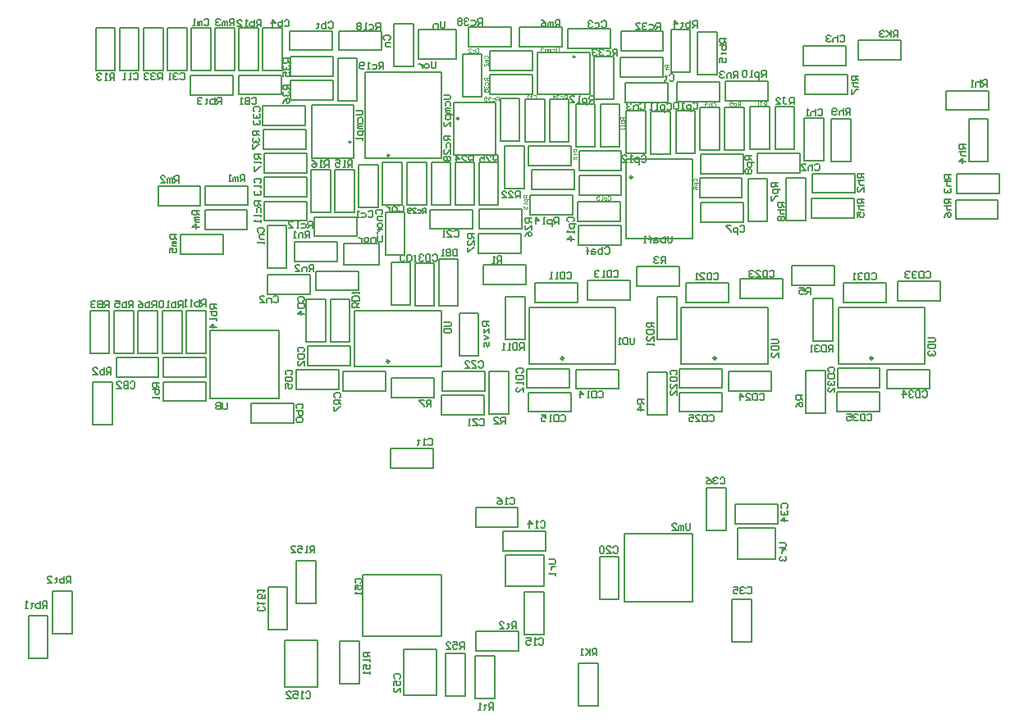
<source format=gbo>
G04 Layer_Color=32896*
%FSLAX44Y44*%
%MOMM*%
G71*
G01*
G75*
%ADD69C,0.2540*%
%ADD70C,0.2000*%
%ADD71C,0.1270*%
%ADD83C,0.1000*%
D69*
X449191Y669658D02*
G03*
X449191Y669658I-707J0D01*
G01*
X560495Y694096D02*
G03*
X560495Y694096I-707J0D01*
G01*
X680427Y757884D02*
G03*
X680427Y757884I-707J0D01*
G01*
X489409Y443380D02*
G03*
X489409Y443380I-1521J0D01*
G01*
X988217Y446428D02*
G03*
X988217Y446428I-1521J0D01*
G01*
X826467D02*
G03*
X826467Y446428I-1521J0D01*
G01*
X669447D02*
G03*
X669447Y446428I-1521J0D01*
G01*
X740117Y633398D02*
G03*
X740117Y633398I-1275J0D01*
G01*
X489007Y655916D02*
G03*
X489007Y655916I-901J0D01*
G01*
D70*
X462166Y159536D02*
Y195536D01*
Y159536D02*
X542666D01*
Y223036D01*
X462166D02*
X542666D01*
X462166Y195536D02*
Y223036D01*
X409484Y653408D02*
X452734D01*
X409484D02*
Y707658D01*
X452734D01*
Y653408D02*
Y707658D01*
X555538Y656096D02*
Y710346D01*
Y656096D02*
X598788D01*
Y710346D01*
X555538D02*
X598788D01*
X695970Y718884D02*
Y762134D01*
X641720Y718884D02*
X695970D01*
X641720D02*
Y762134D01*
X695970D01*
X560000Y500750D02*
Y549250D01*
X540250D02*
X560000D01*
X540250Y500750D02*
Y549250D01*
Y500750D02*
X560000D01*
X542638Y437630D02*
Y495630D01*
X453638D02*
X542638D01*
X453638Y437630D02*
Y495630D01*
Y437630D02*
X542638D01*
X952446Y440678D02*
X1041446D01*
X952446D02*
Y498678D01*
X1041446D01*
Y440678D02*
Y498678D01*
X879696Y440678D02*
Y498678D01*
X790696D02*
X879696D01*
X790696Y440678D02*
Y498678D01*
Y440678D02*
X879696D01*
X633676D02*
X722676D01*
X633676D02*
Y498678D01*
X722676D01*
Y440678D02*
Y498678D01*
X442424Y565098D02*
X451424D01*
X469424D02*
X478424D01*
X451424D02*
X469424D01*
X442424Y543348D02*
X478424D01*
Y565098D01*
X442424Y543348D02*
Y565098D01*
X381000Y107000D02*
X406500D01*
X381000D02*
Y155000D01*
X415000D01*
Y107000D02*
Y155000D01*
X406500Y107000D02*
X415000D01*
X504208Y146202D02*
X512708D01*
X504208Y98202D02*
Y146202D01*
Y98202D02*
X538208D01*
Y146202D01*
X512708D02*
X538208D01*
X519042Y755512D02*
Y785762D01*
Y755512D02*
X558292D01*
Y785762D01*
X536167D02*
X558292D01*
X519042D02*
X540917D01*
X393036Y414462D02*
Y434462D01*
Y414462D02*
X437036D01*
Y434462D01*
X393036D02*
X437036D01*
X391766Y546288D02*
X435766D01*
X391766D02*
Y566288D01*
X435766D01*
Y546288D02*
Y566288D01*
X363380Y539368D02*
X383380D01*
Y583368D01*
X363380D02*
X383380D01*
X363380Y539368D02*
Y583368D01*
X907382Y662558D02*
Y706558D01*
X887382Y662558D02*
X907382D01*
X887382D02*
Y706558D01*
X907382D01*
X861474Y706304D02*
X881474D01*
X861474Y662304D02*
Y706304D01*
Y662304D02*
X881474D01*
Y706304D01*
X603664Y670432D02*
Y714432D01*
X623664D01*
Y670432D02*
Y714432D01*
X603664Y670432D02*
X623664D01*
X615090Y768284D02*
Y788284D01*
X571090D02*
X615090D01*
X571090Y768284D02*
Y788284D01*
Y768284D02*
X615090D01*
X862932Y153288D02*
Y197288D01*
X842932Y153288D02*
X862932D01*
X842932D02*
Y197288D01*
X862932D01*
X360016Y613344D02*
Y633344D01*
Y613344D02*
X404016D01*
Y633344D01*
X360016D02*
X404016D01*
X597756Y95122D02*
Y139122D01*
X577756Y95122D02*
X597756D01*
X577756D02*
Y139122D01*
X597756D01*
X358492Y687258D02*
Y707258D01*
Y687258D02*
X402492D01*
Y707258D01*
X358492D02*
X402492D01*
X927006Y464438D02*
X947006D01*
Y508438D01*
X927006D02*
X947006D01*
X927006Y464438D02*
Y508438D01*
X765716Y465708D02*
X785716D01*
Y509708D01*
X765716D02*
X785716D01*
X765716Y465708D02*
Y509708D01*
X608998Y466216D02*
X628998D01*
Y510216D01*
X608998D02*
X628998D01*
X608998Y466216D02*
Y510216D01*
X428404Y463676D02*
X448404D01*
Y507676D01*
X428404D02*
X448404D01*
X428404Y463676D02*
Y507676D01*
X491334Y425826D02*
X535334D01*
Y405826D02*
Y425826D01*
X491334Y405826D02*
X535334D01*
X491334D02*
Y425826D01*
X919386Y433508D02*
X939386D01*
X919386Y389508D02*
Y433508D01*
Y389508D02*
X939386D01*
Y433508D01*
X904876Y542158D02*
X948876D01*
Y522158D02*
Y542158D01*
X904876Y522158D02*
X948876D01*
X904876D02*
Y542158D01*
X755556Y432238D02*
X775556D01*
X755556Y388238D02*
Y432238D01*
Y388238D02*
X775556D01*
Y432238D01*
X744826Y540888D02*
X788826D01*
Y520888D02*
Y540888D01*
X744826Y520888D02*
X788826D01*
X744826D02*
Y540888D01*
X592488Y432526D02*
X612488D01*
X592488Y388526D02*
Y432526D01*
Y388526D02*
X612488D01*
Y432526D01*
X586584Y542920D02*
X630584D01*
Y522920D02*
Y542920D01*
X586584Y522920D02*
X630584D01*
X586584D02*
Y542920D01*
X441804Y412938D02*
Y432938D01*
Y412938D02*
X485804D01*
Y432938D01*
X441804D02*
X485804D01*
X1002890Y414970D02*
X1046890D01*
X1002890D02*
Y434970D01*
X1046890D01*
Y414970D02*
Y434970D01*
X1014066Y505648D02*
Y525648D01*
Y505648D02*
X1058066D01*
Y525648D01*
X1014066D02*
X1058066D01*
X951582Y415986D02*
X995582D01*
X951582D02*
Y435986D01*
X995582D01*
Y415986D02*
Y435986D01*
X958186Y504378D02*
Y524378D01*
Y504378D02*
X1002186D01*
Y524378D01*
X958186D02*
X1002186D01*
X839314Y412938D02*
X883314D01*
X839314D02*
Y432938D01*
X883314D01*
Y412938D02*
Y432938D01*
X851506Y508188D02*
Y528188D01*
Y508188D02*
X895506D01*
Y528188D01*
X851506D02*
X895506D01*
X788260Y415732D02*
X832260D01*
X788260D02*
Y435732D01*
X832260D01*
Y415732D02*
Y435732D01*
X795626Y504378D02*
Y524378D01*
Y504378D02*
X839626D01*
Y524378D01*
X795626D02*
X839626D01*
X681580Y414970D02*
X725580D01*
X681580D02*
Y434970D01*
X725580D01*
Y414970D02*
Y434970D01*
X694026Y506918D02*
Y526918D01*
Y506918D02*
X738026D01*
Y526918D01*
X694026D02*
X738026D01*
X631288Y415732D02*
X675288D01*
X631288D02*
Y435732D01*
X675288D01*
Y415732D02*
Y435732D01*
X639416Y504378D02*
Y524378D01*
Y504378D02*
X683416D01*
Y524378D01*
X639416D02*
X683416D01*
X423258Y463676D02*
Y507676D01*
X403258Y463676D02*
X423258D01*
X403258D02*
Y507676D01*
X423258D01*
X515708Y544314D02*
X535708D01*
X515708Y500314D02*
Y544314D01*
Y500314D02*
X535708D01*
Y544314D01*
X404974Y459100D02*
X448974D01*
Y439100D02*
Y459100D01*
X404974Y439100D02*
X448974D01*
X404974D02*
Y459100D01*
X491165Y545714D02*
X511165D01*
X491165Y501714D02*
Y545714D01*
Y501714D02*
X511165D01*
Y545714D01*
X384000Y166000D02*
Y210000D01*
X364000Y166000D02*
X384000D01*
X364000D02*
Y210000D01*
X384000D01*
X260256Y743838D02*
X280256D01*
Y787838D01*
X260256D02*
X280256D01*
X260256Y743838D02*
Y787838D01*
X210980Y743838D02*
Y787838D01*
X230980D01*
Y743838D02*
Y787838D01*
X210980Y743838D02*
X230980D01*
X377854Y718754D02*
Y738754D01*
X333854D02*
X377854D01*
X333854Y718754D02*
Y738754D01*
Y718754D02*
X377854D01*
X207362Y446908D02*
X251362D01*
Y426908D02*
Y446908D01*
X207362Y426908D02*
X251362D01*
X207362D02*
Y446908D01*
X854612Y586928D02*
Y606928D01*
X810612D02*
X854612D01*
X810612Y586928D02*
Y606928D01*
Y586928D02*
X854612D01*
X809342Y612328D02*
X853342D01*
X809342D02*
Y632328D01*
X853342D01*
Y612328D02*
Y632328D01*
X810166Y705796D02*
X830166D01*
X810166Y661796D02*
Y705796D01*
Y661796D02*
X830166D01*
Y705796D01*
X805020Y657732D02*
Y701732D01*
X785020Y657732D02*
X805020D01*
X785020D02*
Y701732D01*
X805020D01*
X758858Y701224D02*
X778858D01*
X758858Y657224D02*
Y701224D01*
Y657224D02*
X778858D01*
Y701224D01*
X684882Y660522D02*
X728882D01*
Y640522D02*
Y660522D01*
X684882Y640522D02*
X728882D01*
X684882D02*
Y660522D01*
Y614868D02*
Y634868D01*
Y614868D02*
X728882D01*
Y634868D01*
X684882D02*
X728882D01*
X683612Y608198D02*
X727612D01*
Y588198D02*
Y608198D01*
X683612Y588198D02*
X727612D01*
X683612D02*
Y608198D01*
X889918Y275524D02*
Y295524D01*
X845918D02*
X889918D01*
X845918Y275524D02*
Y295524D01*
Y275524D02*
X889918D01*
X879442Y587628D02*
Y631628D01*
X859442Y587628D02*
X879442D01*
X859442D02*
Y631628D01*
X879442D01*
X854612Y636966D02*
Y656966D01*
X810612D02*
X854612D01*
X810612Y636966D02*
Y656966D01*
Y636966D02*
X854612D01*
X855312Y661796D02*
Y705796D01*
X835312Y661796D02*
X855312D01*
X835312D02*
Y705796D01*
X855312D01*
X835758Y712658D02*
Y732658D01*
Y712658D02*
X879758D01*
Y732658D01*
X835758D02*
X879758D01*
X727042Y665098D02*
Y709098D01*
X707042Y665098D02*
X727042D01*
X707042D02*
Y709098D01*
X727042D01*
X681642D02*
X701642D01*
X681642Y665098D02*
Y709098D01*
Y665098D02*
X701642D01*
Y709098D01*
X636114Y640964D02*
X680114D01*
Y620964D02*
Y640964D01*
X636114Y620964D02*
X680114D01*
X636114D02*
Y640964D01*
X634844Y594548D02*
Y614548D01*
Y594548D02*
X678844D01*
Y614548D01*
X634844D02*
X678844D01*
X547530Y97662D02*
Y141662D01*
X567530D01*
Y97662D02*
Y141662D01*
X547530Y97662D02*
X567530D01*
X186342Y787838D02*
X206342D01*
X186342Y743838D02*
Y787838D01*
Y743838D02*
X206342D01*
Y787838D01*
X458000Y110000D02*
Y154000D01*
X438000Y110000D02*
X458000D01*
X438000D02*
Y154000D01*
X458000D01*
X180500Y495738D02*
X200500D01*
X180500Y451738D02*
Y495738D01*
Y451738D02*
X200500D01*
Y495738D01*
X684436Y87756D02*
Y131756D01*
X704436D01*
Y87756D02*
Y131756D01*
X684436Y87756D02*
X704436D01*
X1017172Y754568D02*
Y774568D01*
X973172D02*
X1017172D01*
X973172Y754568D02*
Y774568D01*
Y754568D02*
X1017172D01*
X393352Y193542D02*
X413352D01*
Y237543D01*
X393352D02*
X413352D01*
X393352Y193542D02*
Y237543D01*
X648810Y161100D02*
Y205100D01*
X628810Y161100D02*
X648810D01*
X628810D02*
Y205100D01*
X648810D01*
X622202Y272222D02*
Y292222D01*
X578202D02*
X622202D01*
X578202Y272222D02*
Y292222D01*
Y272222D02*
X622202D01*
X726280Y197484D02*
Y241484D01*
X706280Y197484D02*
X726280D01*
X706280D02*
Y241484D01*
X726280D01*
X816770Y312350D02*
X836770D01*
X816770Y268350D02*
Y312350D01*
Y268350D02*
X836770D01*
Y312350D01*
X358808Y743838D02*
Y787838D01*
X378808D01*
Y743838D02*
Y787838D01*
X358808Y743838D02*
X378808D01*
X430178Y764474D02*
Y784474D01*
X386178D02*
X430178D01*
X386178Y764474D02*
Y784474D01*
Y764474D02*
X430178D01*
X284894Y743838D02*
Y787838D01*
X304894D01*
Y743838D02*
Y787838D01*
X284894Y743838D02*
X304894D01*
X592934Y743646D02*
Y763646D01*
Y743646D02*
X636934D01*
Y763646D01*
X592934D02*
X636934D01*
X543404Y388046D02*
X587404D01*
X543404D02*
Y408046D01*
X587404D01*
Y388046D02*
Y408046D01*
X587658Y412684D02*
Y432684D01*
X543658D02*
X587658D01*
X543658Y412684D02*
Y432684D01*
Y412684D02*
X587658D01*
X433230Y641026D02*
X453230D01*
X433230Y597026D02*
Y641026D01*
Y597026D02*
X453230D01*
Y641026D01*
X428592Y597026D02*
Y641026D01*
X408592Y597026D02*
X428592D01*
X408592D02*
Y641026D01*
X428592D01*
X404016Y637982D02*
Y657982D01*
X360016D02*
X404016D01*
X360016Y637982D02*
Y657982D01*
Y637982D02*
X404016D01*
X608490Y621410D02*
Y665410D01*
X628490D01*
Y621410D02*
Y665410D01*
X608490Y621410D02*
X628490D01*
X557182Y648646D02*
X577182D01*
X557182Y604646D02*
Y648646D01*
Y604646D02*
X577182D01*
Y648646D01*
X601820Y604900D02*
Y648900D01*
X581820Y604900D02*
X601820D01*
X581820D02*
Y648900D01*
X601820D01*
X387448Y738058D02*
Y758058D01*
Y738058D02*
X431448D01*
Y758058D01*
X387448D02*
X431448D01*
X359000Y662620D02*
X403000D01*
X359000D02*
Y682620D01*
X403000D01*
Y662620D02*
Y682620D01*
X205138Y451484D02*
X225138D01*
Y495484D01*
X205138D02*
X225138D01*
X205138Y451484D02*
Y495484D01*
X249776Y451484D02*
Y495484D01*
X229776Y451484D02*
X249776D01*
X229776D02*
Y495484D01*
X249776D01*
X117000Y136524D02*
X137000D01*
Y180524D01*
X117000D02*
X137000D01*
X117000Y136524D02*
Y180524D01*
X141892Y162178D02*
Y206178D01*
X161892D01*
Y162178D02*
Y206178D01*
X141892Y162178D02*
X161892D01*
X328324Y718500D02*
Y738500D01*
X284324D02*
X328324D01*
X284324Y718500D02*
Y738500D01*
Y718500D02*
X328324D01*
X456024Y712342D02*
Y756342D01*
X436024Y712342D02*
X456024D01*
X436024D02*
Y756342D01*
X456024D01*
X480978Y764474D02*
Y784474D01*
X436978D02*
X480978D01*
X436978Y764474D02*
Y784474D01*
Y764474D02*
X480978D01*
X360016Y588452D02*
X404016D01*
X360016D02*
Y608452D01*
X404016D01*
Y588452D02*
Y608452D01*
X411832Y572450D02*
Y592450D01*
Y572450D02*
X455832D01*
Y592450D01*
X411832D02*
X455832D01*
X507906Y604646D02*
Y648646D01*
X527906D01*
Y604646D02*
Y648646D01*
X507906Y604646D02*
X527906D01*
X532544D02*
X552544D01*
Y648646D01*
X532544D02*
X552544D01*
X532544Y604646D02*
Y648646D01*
X329532Y743838D02*
Y787838D01*
X309532Y743838D02*
X329532D01*
X309532D02*
Y787838D01*
X329532D01*
X342802Y579562D02*
Y599562D01*
X298802D02*
X342802D01*
X298802Y579562D02*
Y599562D01*
Y579562D02*
X342802D01*
X273910Y574134D02*
X317910D01*
Y554134D02*
Y574134D01*
X273910Y554134D02*
X317910D01*
X273910D02*
Y574134D01*
X667668Y768284D02*
Y788284D01*
X623668D02*
X667668D01*
X623668Y768284D02*
Y788284D01*
Y768284D02*
X667668D01*
X606650Y247584D02*
X650650D01*
X606650D02*
Y267584D01*
X650650D01*
Y247584D02*
Y267584D01*
X531466Y580070D02*
Y600070D01*
Y580070D02*
X575466D01*
Y600070D01*
X531466D02*
X575466D01*
X346808Y379918D02*
X390808D01*
X346808D02*
Y399918D01*
X390808D01*
Y379918D02*
Y399918D01*
X684120Y563560D02*
Y583560D01*
Y563560D02*
X728120D01*
Y583560D01*
X684120D02*
X728120D01*
X457868Y602106D02*
Y646106D01*
X477868D01*
Y602106D02*
Y646106D01*
X457868Y602106D02*
X477868D01*
X564802Y760660D02*
X584802D01*
X564802Y716660D02*
Y760660D01*
Y716660D02*
X584802D01*
Y760660D01*
X673452Y766760D02*
X717452D01*
X673452D02*
Y786760D01*
X717452D01*
Y766760D02*
Y786760D01*
X485300Y596830D02*
X505300D01*
X485300Y552830D02*
Y596830D01*
Y552830D02*
X505300D01*
Y596830D01*
X482506Y604646D02*
Y648646D01*
X502506D01*
Y604646D02*
Y648646D01*
X482506Y604646D02*
X502506D01*
X629826Y670178D02*
X649826D01*
Y714178D01*
X629826D02*
X649826D01*
X629826Y670178D02*
Y714178D01*
X732634Y710626D02*
X776634D01*
X732634D02*
Y730626D01*
X776634D01*
Y710626D02*
Y730626D01*
X626012Y580324D02*
Y600324D01*
X582012D02*
X626012D01*
X582012Y580324D02*
Y600324D01*
Y580324D02*
X626012D01*
X581442Y575178D02*
X625442D01*
Y555178D02*
Y575178D01*
X581442Y555178D02*
X625442D01*
X581442D02*
Y575178D01*
X235618Y787838D02*
X255618D01*
X235618Y743838D02*
Y787838D01*
Y743838D02*
X255618D01*
Y787838D01*
X387448Y713420D02*
X431448D01*
X387448D02*
Y733420D01*
X431448D01*
Y713420D02*
Y733420D01*
X779940Y785998D02*
X799940D01*
X779940Y741998D02*
Y785998D01*
Y741998D02*
X799940D01*
Y785998D01*
X256130Y422270D02*
X300130D01*
Y402270D02*
Y422270D01*
X256130Y402270D02*
X300130D01*
X256130D02*
Y422270D01*
X183294Y377824D02*
X203294D01*
Y421824D01*
X183294D02*
X203294D01*
X183294Y377824D02*
Y421824D01*
X827372Y739012D02*
Y783012D01*
X807372Y739012D02*
X827372D01*
X807372D02*
Y783012D01*
X827372D01*
X255176Y495484D02*
X275176D01*
X255176Y451484D02*
Y495484D01*
Y451484D02*
X275176D01*
Y495484D01*
X299814Y451738D02*
Y495738D01*
X279814Y451738D02*
X299814D01*
X279814D02*
Y495738D01*
X299814D01*
X334170Y787838D02*
X354170D01*
X334170Y743838D02*
Y787838D01*
Y743838D02*
X354170D01*
Y787838D01*
X728062Y784220D02*
X772062D01*
Y764220D02*
Y784220D01*
X728062Y764220D02*
X772062D01*
X728062D02*
Y784220D01*
X700692Y757866D02*
X720692D01*
X700692Y713866D02*
Y757866D01*
Y713866D02*
X720692D01*
Y757866D01*
X674464Y670178D02*
Y714178D01*
X654464Y670178D02*
X674464D01*
X654464D02*
Y714178D01*
X674464D01*
X592934Y719008D02*
Y739008D01*
Y719008D02*
X636934D01*
Y739008D01*
X592934D02*
X636934D01*
X299310Y624454D02*
X343310D01*
Y604454D02*
Y624454D01*
X299310Y604454D02*
X343310D01*
X299310D02*
Y624454D01*
X294542Y604200D02*
Y624200D01*
X250542D02*
X294542D01*
X250542Y604200D02*
Y624200D01*
Y604200D02*
X294542D01*
X578456Y144206D02*
X622456D01*
X578456D02*
Y164206D01*
X622456D01*
Y144206D02*
Y164206D01*
X633066Y645602D02*
Y665602D01*
Y645602D02*
X677066D01*
Y665602D01*
X633066D02*
X677066D01*
X727808Y757042D02*
X771808D01*
Y737042D02*
Y757042D01*
X727808Y737042D02*
X771808D01*
X727808D02*
Y757042D01*
X561500Y492882D02*
X581500D01*
X561500Y448882D02*
Y492882D01*
Y448882D02*
X581500D01*
Y492882D01*
X632750Y391094D02*
X676750D01*
X632750D02*
Y411094D01*
X676750D01*
Y391094D02*
Y411094D01*
X832260Y391094D02*
Y411094D01*
X788260D02*
X832260D01*
X788260Y391094D02*
Y411094D01*
Y391094D02*
X832260D01*
X951328Y391348D02*
X995328D01*
X951328D02*
Y411348D01*
X995328D01*
Y391348D02*
Y411348D01*
X256130Y426908D02*
Y446908D01*
Y426908D02*
X300130D01*
Y446908D01*
X256130D02*
X300130D01*
X363318Y532760D02*
X407318D01*
Y512760D02*
Y532760D01*
X363318Y512760D02*
X407318D01*
X363318D02*
Y532760D01*
X733712Y701732D02*
X753712D01*
X733712Y657732D02*
Y701732D01*
Y657732D02*
X753712D01*
Y701732D01*
X413864Y516570D02*
X457864D01*
X413864D02*
Y536570D01*
X457864D01*
Y516570D02*
Y536570D01*
X829974Y711642D02*
Y731642D01*
X785974D02*
X829974D01*
X785974Y711642D02*
Y731642D01*
Y711642D02*
X829974D01*
X494190Y747648D02*
Y791648D01*
X514190D01*
Y747648D02*
Y791648D01*
X494190Y747648D02*
X514190D01*
X1064104Y702752D02*
Y722752D01*
Y702752D02*
X1108104D01*
Y722752D01*
X1064104D02*
X1108104D01*
X925420Y617154D02*
X969420D01*
X925420D02*
Y637154D01*
X969420D01*
Y617154D02*
Y637154D01*
X1074518Y616646D02*
Y636646D01*
Y616646D02*
X1118518D01*
Y636646D01*
X1074518D02*
X1118518D01*
X1107280Y649604D02*
Y693604D01*
X1087280Y649604D02*
X1107280D01*
X1087280D02*
Y693604D01*
X1107280D01*
X968912Y591500D02*
Y611500D01*
X924912D02*
X968912D01*
X924912Y591500D02*
Y611500D01*
Y591500D02*
X968912D01*
X1073502Y610230D02*
X1117502D01*
Y590230D02*
Y610230D01*
X1073502Y590230D02*
X1117502D01*
X1073502D02*
Y610230D01*
X534826Y333182D02*
Y353182D01*
X490826D02*
X534826D01*
X490826Y333182D02*
Y353182D01*
Y333182D02*
X534826D01*
X917608Y650112D02*
Y694112D01*
X937608D01*
Y650112D02*
Y694112D01*
X917608Y650112D02*
X937608D01*
X913032Y637728D02*
Y657728D01*
X869032D02*
X913032D01*
X869032Y637728D02*
Y657728D01*
Y637728D02*
X913032D01*
X916784Y748980D02*
X960784D01*
X916784D02*
Y768980D01*
X960784D01*
Y748980D02*
Y768980D01*
X961800Y719262D02*
Y739262D01*
X917800D02*
X961800D01*
X917800Y719262D02*
Y739262D01*
Y719262D02*
X961800D01*
X919066Y588644D02*
Y632644D01*
X899066Y588644D02*
X919066D01*
X899066D02*
Y632644D01*
X919066D01*
X945548Y649920D02*
X965548D01*
Y693920D01*
X945548D02*
X965548D01*
X945548Y649920D02*
Y693920D01*
X464606Y653316D02*
X543106D01*
Y742216D01*
X464606D02*
X543106D01*
X464606Y653316D02*
Y742216D01*
X965000Y697750D02*
Y704748D01*
X961501D01*
X960335Y703581D01*
Y701249D01*
X961501Y700083D01*
X965000D01*
X962667D02*
X960335Y697750D01*
X958002Y704748D02*
Y697750D01*
Y701249D01*
X956836Y702415D01*
X954503D01*
X953337Y701249D01*
Y697750D01*
X951004Y698916D02*
X949838Y697750D01*
X947506D01*
X946339Y698916D01*
Y703581D01*
X947506Y704748D01*
X949838D01*
X951004Y703581D01*
Y702415D01*
X949838Y701249D01*
X946339D01*
X897000Y607000D02*
X890002D01*
Y603501D01*
X891169Y602335D01*
X893501D01*
X894667Y603501D01*
Y607000D01*
Y604667D02*
X897000Y602335D01*
X890002Y600002D02*
X897000D01*
X893501D01*
X892335Y598836D01*
Y596503D01*
X893501Y595337D01*
X897000D01*
X891169Y593004D02*
X890002Y591838D01*
Y589506D01*
X891169Y588339D01*
X892335D01*
X893501Y589506D01*
X894667Y588339D01*
X895834D01*
X897000Y589506D01*
Y591838D01*
X895834Y593004D01*
X894667D01*
X893501Y591838D01*
X892335Y593004D01*
X891169D01*
X893501Y591838D02*
Y589506D01*
X973000Y738000D02*
X966002D01*
Y734501D01*
X967169Y733335D01*
X969501D01*
X970667Y734501D01*
Y738000D01*
Y735667D02*
X973000Y733335D01*
X966002Y731002D02*
X973000D01*
X969501D01*
X968335Y729836D01*
Y727503D01*
X969501Y726337D01*
X973000D01*
X966002Y724005D02*
Y719339D01*
X967169D01*
X971834Y724005D01*
X973000D01*
X954335Y778831D02*
X955501Y779998D01*
X957834D01*
X959000Y778831D01*
Y774166D01*
X957834Y773000D01*
X955501D01*
X954335Y774166D01*
X952002Y779998D02*
Y773000D01*
Y776499D01*
X950836Y777665D01*
X948503D01*
X947337Y776499D01*
Y773000D01*
X945005Y778831D02*
X943838Y779998D01*
X941506D01*
X940339Y778831D01*
Y777665D01*
X941506Y776499D01*
X942672D01*
X941506D01*
X940339Y775333D01*
Y774166D01*
X941506Y773000D01*
X943838D01*
X945005Y774166D01*
X928335Y646331D02*
X929501Y647498D01*
X931834D01*
X933000Y646331D01*
Y641666D01*
X931834Y640500D01*
X929501D01*
X928335Y641666D01*
X926002Y647498D02*
Y640500D01*
Y643999D01*
X924836Y645165D01*
X922503D01*
X921337Y643999D01*
Y640500D01*
X914339D02*
X919005D01*
X914339Y645165D01*
Y646331D01*
X915506Y647498D01*
X917838D01*
X919005Y646331D01*
X931335Y702831D02*
X932501Y703998D01*
X934834D01*
X936000Y702831D01*
Y698166D01*
X934834Y697000D01*
X932501D01*
X931335Y698166D01*
X929002Y703998D02*
Y697000D01*
Y700499D01*
X927836Y701665D01*
X925503D01*
X924337Y700499D01*
Y697000D01*
X922004D02*
X919672D01*
X920838D01*
Y703998D01*
X922004Y702831D01*
X529085Y362581D02*
X530251Y363748D01*
X532584D01*
X533750Y362581D01*
Y357916D01*
X532584Y356750D01*
X530251D01*
X529085Y357916D01*
X526752Y356750D02*
X524420D01*
X525586D01*
Y363748D01*
X526752Y362581D01*
X519754D02*
Y361415D01*
X520921D01*
X518588D01*
X519754D01*
Y357916D01*
X518588Y356750D01*
X1069000Y611000D02*
X1062002D01*
Y607501D01*
X1063168Y606335D01*
X1065501D01*
X1066667Y607501D01*
Y611000D01*
Y608667D02*
X1069000Y606335D01*
X1062002Y604002D02*
X1069000D01*
X1065501D01*
X1064335Y602836D01*
Y600503D01*
X1065501Y599337D01*
X1069000D01*
X1062002Y592339D02*
X1063168Y594672D01*
X1065501Y597005D01*
X1067834D01*
X1069000Y595838D01*
Y593506D01*
X1067834Y592339D01*
X1066667D01*
X1065501Y593506D01*
Y597005D01*
X979000Y611000D02*
X972002D01*
Y607501D01*
X973168Y606335D01*
X975501D01*
X976667Y607501D01*
Y611000D01*
Y608667D02*
X979000Y606335D01*
X972002Y604002D02*
X979000D01*
X975501D01*
X974335Y602836D01*
Y600503D01*
X975501Y599337D01*
X979000D01*
X972002Y592339D02*
Y597005D01*
X975501D01*
X974335Y594672D01*
Y593506D01*
X975501Y592339D01*
X977834D01*
X979000Y593506D01*
Y595838D01*
X977834Y597005D01*
X1084000Y667000D02*
X1077002D01*
Y663501D01*
X1078168Y662335D01*
X1080501D01*
X1081667Y663501D01*
Y667000D01*
Y664667D02*
X1084000Y662335D01*
X1077002Y660002D02*
X1084000D01*
X1080501D01*
X1079335Y658836D01*
Y656503D01*
X1080501Y655337D01*
X1084000D01*
Y649506D02*
X1077002D01*
X1080501Y653005D01*
Y648339D01*
X1069000Y636000D02*
X1062002D01*
Y632501D01*
X1063168Y631335D01*
X1065501D01*
X1066667Y632501D01*
Y636000D01*
Y633667D02*
X1069000Y631335D01*
X1062002Y629002D02*
X1069000D01*
X1065501D01*
X1064335Y627836D01*
Y625503D01*
X1065501Y624337D01*
X1069000D01*
X1063168Y622005D02*
X1062002Y620838D01*
Y618506D01*
X1063168Y617339D01*
X1064335D01*
X1065501Y618506D01*
Y619672D01*
Y618506D01*
X1066667Y617339D01*
X1067834D01*
X1069000Y618506D01*
Y620838D01*
X1067834Y622005D01*
X979000Y637000D02*
X972002D01*
Y633501D01*
X973168Y632335D01*
X975501D01*
X976667Y633501D01*
Y637000D01*
Y634667D02*
X979000Y632335D01*
X972002Y630002D02*
X979000D01*
X975501D01*
X974335Y628836D01*
Y626503D01*
X975501Y625337D01*
X979000D01*
Y618339D02*
Y623004D01*
X974335Y618339D01*
X973168D01*
X972002Y619506D01*
Y621838D01*
X973168Y623004D01*
X1106000Y727000D02*
Y733998D01*
X1102501D01*
X1101335Y732831D01*
Y730499D01*
X1102501Y729333D01*
X1106000D01*
X1103667D02*
X1101335Y727000D01*
X1099002Y733998D02*
Y727000D01*
Y730499D01*
X1097836Y731665D01*
X1095503D01*
X1094337Y730499D01*
Y727000D01*
X1092004D02*
X1089672D01*
X1090838D01*
Y733998D01*
X1092004Y732831D01*
X546500Y794498D02*
Y788666D01*
X545334Y787500D01*
X543001D01*
X541835Y788666D01*
Y794498D01*
X539502Y787500D02*
Y792165D01*
X536003D01*
X534837Y790999D01*
Y787500D01*
X484389Y775143D02*
X483222Y776309D01*
Y778642D01*
X484389Y779808D01*
X489054D01*
X490220Y778642D01*
Y776309D01*
X489054Y775143D01*
X490220Y772810D02*
X485555D01*
Y769311D01*
X486721Y768145D01*
X490220D01*
X849000Y736000D02*
Y742998D01*
X845501D01*
X844335Y741832D01*
Y739499D01*
X845501Y738333D01*
X849000D01*
X846667D02*
X844335Y736000D01*
X842002D02*
Y740665D01*
X838503D01*
X837337Y739499D01*
Y736000D01*
X835005Y741832D02*
X833838Y742998D01*
X831506D01*
X830339Y741832D01*
Y740665D01*
X831506Y739499D01*
X832672D01*
X831506D01*
X830339Y738333D01*
Y737166D01*
X831506Y736000D01*
X833838D01*
X835005Y737166D01*
X411000Y536000D02*
Y542998D01*
X407501D01*
X406335Y541832D01*
Y539499D01*
X407501Y538333D01*
X411000D01*
X408667D02*
X406335Y536000D01*
X404002D02*
Y540665D01*
X400503D01*
X399337Y539499D01*
Y536000D01*
X392339D02*
X397005D01*
X392339Y540665D01*
Y541832D01*
X393506Y542998D01*
X395838D01*
X397005Y541832D01*
X748335Y709081D02*
X749501Y710248D01*
X751834D01*
X753000Y709081D01*
Y704416D01*
X751834Y703250D01*
X749501D01*
X748335Y704416D01*
X746002Y703250D02*
Y707915D01*
X742503D01*
X741337Y706749D01*
Y703250D01*
X739005Y709081D02*
X737838Y710248D01*
X735506D01*
X734339Y709081D01*
Y707915D01*
X735506Y706749D01*
X736672D01*
X735506D01*
X734339Y705583D01*
Y704416D01*
X735506Y703250D01*
X737838D01*
X739005Y704416D01*
X369731Y509541D02*
X370897Y510708D01*
X373230D01*
X374396Y509541D01*
Y504876D01*
X373230Y503710D01*
X370897D01*
X369731Y504876D01*
X367398Y503710D02*
Y508375D01*
X363899D01*
X362733Y507209D01*
Y503710D01*
X355735D02*
X360401D01*
X355735Y508375D01*
Y509541D01*
X356902Y510708D01*
X359234D01*
X360401Y509541D01*
X311000Y502000D02*
X304002D01*
Y498501D01*
X305168Y497335D01*
X307501D01*
X308667Y498501D01*
Y502000D01*
Y499667D02*
X311000Y497335D01*
X304002Y495002D02*
X311000D01*
Y491503D01*
X309834Y490337D01*
X308667D01*
X307501D01*
X306335Y491503D01*
Y495002D01*
X311000Y488004D02*
Y485672D01*
Y486838D01*
X304002D01*
X305168Y488004D01*
X311000Y478674D02*
X304002D01*
X307501Y482173D01*
Y477508D01*
X482000Y573498D02*
Y567666D01*
X480834Y566500D01*
X478501D01*
X477335Y567666D01*
Y573498D01*
X475002Y566500D02*
Y571165D01*
X471503D01*
X470337Y569999D01*
Y566500D01*
X466838D02*
X464506D01*
X463339Y567666D01*
Y569999D01*
X464506Y571165D01*
X466838D01*
X468004Y569999D01*
Y567666D01*
X466838Y566500D01*
X461007Y571165D02*
Y566500D01*
Y568833D01*
X459841Y569999D01*
X458674Y571165D01*
X457508D01*
X982335Y387831D02*
X983501Y388998D01*
X985834D01*
X987000Y387831D01*
Y383166D01*
X985834Y382000D01*
X983501D01*
X982335Y383166D01*
X980002Y388998D02*
Y382000D01*
X976503D01*
X975337Y383166D01*
Y387831D01*
X976503Y388998D01*
X980002D01*
X973005Y387831D02*
X971838Y388998D01*
X969506D01*
X968339Y387831D01*
Y386665D01*
X969506Y385499D01*
X970672D01*
X969506D01*
X968339Y384333D01*
Y383166D01*
X969506Y382000D01*
X971838D01*
X973005Y383166D01*
X961342Y388998D02*
X966007D01*
Y385499D01*
X963674Y386665D01*
X962508D01*
X961342Y385499D01*
Y383166D01*
X962508Y382000D01*
X964840D01*
X966007Y383166D01*
X819335Y386832D02*
X820501Y387998D01*
X822834D01*
X824000Y386832D01*
Y382166D01*
X822834Y381000D01*
X820501D01*
X819335Y382166D01*
X817002Y387998D02*
Y381000D01*
X813503D01*
X812337Y382166D01*
Y386832D01*
X813503Y387998D01*
X817002D01*
X805339Y381000D02*
X810005D01*
X805339Y385665D01*
Y386832D01*
X806506Y387998D01*
X808838D01*
X810005Y386832D01*
X798342Y387998D02*
X803007D01*
Y384499D01*
X800674Y385665D01*
X799508D01*
X798342Y384499D01*
Y382166D01*
X799508Y381000D01*
X801841D01*
X803007Y382166D01*
X666085Y387081D02*
X667251Y388248D01*
X669584D01*
X670750Y387081D01*
Y382416D01*
X669584Y381250D01*
X667251D01*
X666085Y382416D01*
X663752Y388248D02*
Y381250D01*
X660253D01*
X659087Y382416D01*
Y387081D01*
X660253Y388248D01*
X663752D01*
X656755Y381250D02*
X654422D01*
X655588D01*
Y388248D01*
X656755Y387081D01*
X646258Y388248D02*
X650923D01*
Y384749D01*
X648590Y385915D01*
X647424D01*
X646258Y384749D01*
Y382416D01*
X647424Y381250D01*
X649757D01*
X650923Y382416D01*
X799750Y275998D02*
Y270166D01*
X798584Y269000D01*
X796251D01*
X795085Y270166D01*
Y275998D01*
X792752Y269000D02*
Y273665D01*
X791586D01*
X790420Y272499D01*
Y269000D01*
Y272499D01*
X789253Y273665D01*
X788087Y272499D01*
Y269000D01*
X781089D02*
X785754D01*
X781089Y273665D01*
Y274832D01*
X782256Y275998D01*
X784588D01*
X785754Y274832D01*
X592000Y484250D02*
X585002D01*
Y480751D01*
X586169Y479585D01*
X588501D01*
X589667Y480751D01*
Y484250D01*
Y481917D02*
X592000Y479585D01*
X587335Y477252D02*
Y472587D01*
X592000Y477252D01*
Y472587D01*
X587335Y470255D02*
X592000Y467922D01*
X587335Y465589D01*
X592000Y463257D02*
Y459758D01*
X590834Y458592D01*
X589667Y459758D01*
Y462090D01*
X588501Y463257D01*
X587335Y462090D01*
Y458592D01*
X620250Y167250D02*
Y174248D01*
X616751D01*
X615585Y173081D01*
Y170749D01*
X616751Y169583D01*
X620250D01*
X617917D02*
X615585Y167250D01*
X612086Y173081D02*
Y171915D01*
X613252D01*
X610920D01*
X612086D01*
Y168416D01*
X610920Y167250D01*
X602756D02*
X607421D01*
X602756Y171915D01*
Y173081D01*
X603922Y174248D01*
X606255D01*
X607421Y173081D01*
X272000Y628000D02*
Y634998D01*
X268501D01*
X267335Y633831D01*
Y631499D01*
X268501Y630333D01*
X272000D01*
X269667D02*
X267335Y628000D01*
X265002D02*
Y632665D01*
X263836D01*
X262670Y631499D01*
Y628000D01*
Y631499D01*
X261503Y632665D01*
X260337Y631499D01*
Y628000D01*
X253339D02*
X258004D01*
X253339Y632665D01*
Y633831D01*
X254506Y634998D01*
X256838D01*
X258004Y633831D01*
X340000Y629000D02*
Y635998D01*
X336501D01*
X335335Y634832D01*
Y632499D01*
X336501Y631333D01*
X340000D01*
X337667D02*
X335335Y629000D01*
X333002D02*
Y633665D01*
X331836D01*
X330670Y632499D01*
Y629000D01*
Y632499D01*
X329503Y633665D01*
X328337Y632499D01*
Y629000D01*
X326004D02*
X323672D01*
X324838D01*
Y635998D01*
X326004Y634832D01*
X724500Y759000D02*
Y765998D01*
X721001D01*
X719835Y764831D01*
Y762499D01*
X721001Y761333D01*
X724500D01*
X722167D02*
X719835Y759000D01*
X712837Y763665D02*
X716336D01*
X717502Y762499D01*
Y760166D01*
X716336Y759000D01*
X712837D01*
X710505Y764831D02*
X709338Y765998D01*
X707006D01*
X705839Y764831D01*
Y763665D01*
X707006Y762499D01*
X708172D01*
X707006D01*
X705839Y761333D01*
Y760166D01*
X707006Y759000D01*
X709338D01*
X710505Y760166D01*
X703507Y764831D02*
X702340Y765998D01*
X700008D01*
X698842Y764831D01*
Y763665D01*
X700008Y762499D01*
X701174D01*
X700008D01*
X698842Y761333D01*
Y760166D01*
X700008Y759000D01*
X702340D01*
X703507Y760166D01*
X769000Y786000D02*
Y792998D01*
X765501D01*
X764335Y791832D01*
Y789499D01*
X765501Y788333D01*
X769000D01*
X766667D02*
X764335Y786000D01*
X757337Y790665D02*
X760836D01*
X762002Y789499D01*
Y787166D01*
X760836Y786000D01*
X757337D01*
X755005Y791832D02*
X753838Y792998D01*
X751506D01*
X750339Y791832D01*
Y790665D01*
X751506Y789499D01*
X752672D01*
X751506D01*
X750339Y788333D01*
Y787166D01*
X751506Y786000D01*
X753838D01*
X755005Y787166D01*
X743342Y786000D02*
X748007D01*
X743342Y790665D01*
Y791832D01*
X744508Y792998D01*
X746841D01*
X748007Y791832D01*
X357000Y789000D02*
Y795998D01*
X353501D01*
X352335Y794831D01*
Y792499D01*
X353501Y791333D01*
X357000D01*
X354667D02*
X352335Y789000D01*
X350002Y795998D02*
Y789000D01*
X346503D01*
X345337Y790166D01*
Y791333D01*
Y792499D01*
X346503Y793665D01*
X350002D01*
X343004Y789000D02*
X340672D01*
X341838D01*
Y795998D01*
X343004Y794831D01*
X332508Y789000D02*
X337173D01*
X332508Y793665D01*
Y794831D01*
X333674Y795998D01*
X336007D01*
X337173Y794831D01*
X300000Y500000D02*
Y506998D01*
X296501D01*
X295335Y505831D01*
Y503499D01*
X296501Y502333D01*
X300000D01*
X297667D02*
X295335Y500000D01*
X293002Y506998D02*
Y500000D01*
X289503D01*
X288337Y501166D01*
Y502333D01*
Y503499D01*
X289503Y504665D01*
X293002D01*
X286005Y500000D02*
X283672D01*
X284838D01*
Y506998D01*
X286005Y505831D01*
X280173Y500000D02*
X277840D01*
X279007D01*
Y506998D01*
X280173Y505831D01*
X276000Y499000D02*
Y505998D01*
X272501D01*
X271335Y504832D01*
Y502499D01*
X272501Y501333D01*
X276000D01*
X273667D02*
X271335Y499000D01*
X269002Y505998D02*
Y499000D01*
X265503D01*
X264337Y500166D01*
Y501333D01*
Y502499D01*
X265503Y503665D01*
X269002D01*
X262005Y499000D02*
X259672D01*
X260838D01*
Y505998D01*
X262005Y504832D01*
X256173D02*
X255007Y505998D01*
X252674D01*
X251508Y504832D01*
Y500166D01*
X252674Y499000D01*
X255007D01*
X256173Y500166D01*
Y504832D01*
X837250Y776500D02*
X830252D01*
Y773001D01*
X831419Y771835D01*
X833751D01*
X834917Y773001D01*
Y776500D01*
Y774167D02*
X837250Y771835D01*
X830252Y769502D02*
X837250D01*
Y766003D01*
X836084Y764837D01*
X834917D01*
X833751D01*
X832585Y766003D01*
Y769502D01*
X831419Y761338D02*
X832585D01*
Y762505D01*
Y760172D01*
Y761338D01*
X836084D01*
X837250Y760172D01*
X830252Y752008D02*
Y756673D01*
X833751D01*
X832585Y754341D01*
Y753174D01*
X833751Y752008D01*
X836084D01*
X837250Y753174D01*
Y755507D01*
X836084Y756673D01*
X202184Y429796D02*
Y436794D01*
X198685D01*
X197519Y435627D01*
Y433295D01*
X198685Y432129D01*
X202184D01*
X199851D02*
X197519Y429796D01*
X195186Y436794D02*
Y429796D01*
X191687D01*
X190521Y430962D01*
Y432129D01*
Y433295D01*
X191687Y434461D01*
X195186D01*
X183523Y429796D02*
X188188D01*
X183523Y434461D01*
Y435627D01*
X184690Y436794D01*
X187022D01*
X188188Y435627D01*
X252000Y421000D02*
X245002D01*
Y417501D01*
X246168Y416335D01*
X248501D01*
X249667Y417501D01*
Y421000D01*
Y418667D02*
X252000Y416335D01*
X245002Y414002D02*
X252000D01*
Y410503D01*
X250834Y409337D01*
X249667D01*
X248501D01*
X247335Y410503D01*
Y414002D01*
X252000Y407005D02*
Y404672D01*
Y405838D01*
X245002D01*
X246168Y407005D01*
X807000Y788000D02*
Y794998D01*
X803501D01*
X802335Y793831D01*
Y791499D01*
X803501Y790333D01*
X807000D01*
X804667D02*
X802335Y788000D01*
X800002Y794998D02*
Y788000D01*
X796503D01*
X795337Y789166D01*
Y790333D01*
Y791499D01*
X796503Y792665D01*
X800002D01*
X791838Y793831D02*
Y792665D01*
X793005D01*
X790672D01*
X791838D01*
Y789166D01*
X790672Y788000D01*
X783674D02*
Y794998D01*
X787173Y791499D01*
X782508D01*
X386250Y728750D02*
X379252D01*
Y725251D01*
X380419Y724085D01*
X382751D01*
X383917Y725251D01*
Y728750D01*
Y726417D02*
X386250Y724085D01*
X380419Y721752D02*
X379252Y720586D01*
Y718253D01*
X380419Y717087D01*
X381585D01*
X382751Y718253D01*
Y719420D01*
Y718253D01*
X383917Y717087D01*
X385084D01*
X386250Y718253D01*
Y720586D01*
X385084Y721752D01*
X379252Y710089D02*
X380419Y712422D01*
X382751Y714754D01*
X385084D01*
X386250Y713588D01*
Y711256D01*
X385084Y710089D01*
X383917D01*
X382751Y711256D01*
Y714754D01*
X255000Y734000D02*
Y740998D01*
X251501D01*
X250335Y739831D01*
Y737499D01*
X251501Y736333D01*
X255000D01*
X252667D02*
X250335Y734000D01*
X248002Y739831D02*
X246836Y740998D01*
X244503D01*
X243337Y739831D01*
Y738665D01*
X244503Y737499D01*
X245670D01*
X244503D01*
X243337Y736333D01*
Y735166D01*
X244503Y734000D01*
X246836D01*
X248002Y735166D01*
X241005Y739831D02*
X239838Y740998D01*
X237506D01*
X236339Y739831D01*
Y738665D01*
X237506Y737499D01*
X238672D01*
X237506D01*
X236339Y736333D01*
Y735166D01*
X237506Y734000D01*
X239838D01*
X241005Y735166D01*
X577000Y575000D02*
X570002D01*
Y571501D01*
X571169Y570335D01*
X573501D01*
X574667Y571501D01*
Y575000D01*
Y572667D02*
X577000Y570335D01*
Y563337D02*
Y568002D01*
X572335Y563337D01*
X571169D01*
X570002Y564503D01*
Y566836D01*
X571169Y568002D01*
X570002Y561004D02*
Y556339D01*
X571169D01*
X575834Y561004D01*
X577000D01*
X636000Y591000D02*
X629002D01*
Y587501D01*
X630168Y586335D01*
X632501D01*
X633667Y587501D01*
Y591000D01*
Y588667D02*
X636000Y586335D01*
Y579337D02*
Y584002D01*
X631335Y579337D01*
X630168D01*
X629002Y580503D01*
Y582836D01*
X630168Y584002D01*
X629002Y572339D02*
X630168Y574672D01*
X632501Y577005D01*
X634834D01*
X636000Y575838D01*
Y573506D01*
X634834Y572339D01*
X633667D01*
X632501Y573506D01*
Y577005D01*
X778335Y738831D02*
X779501Y739998D01*
X781834D01*
X783000Y738831D01*
Y734166D01*
X781834Y733000D01*
X779501D01*
X778335Y734166D01*
X774836Y738831D02*
Y737665D01*
X776002D01*
X773670D01*
X774836D01*
Y734166D01*
X773670Y733000D01*
X499335Y603831D02*
X500501Y604998D01*
X502834D01*
X504000Y603831D01*
Y599166D01*
X502834Y598000D01*
X500501D01*
X499335Y599166D01*
X495836Y598000D02*
X493503D01*
X492337Y599166D01*
Y601499D01*
X493503Y602665D01*
X495836D01*
X497002Y601499D01*
Y599166D01*
X495836Y598000D01*
X490005Y602665D02*
Y598000D01*
Y600333D01*
X488838Y601499D01*
X487672Y602665D01*
X486506D01*
X476169Y595335D02*
X475002Y596501D01*
Y598834D01*
X476169Y600000D01*
X480834D01*
X482000Y598834D01*
Y596501D01*
X480834Y595335D01*
X482000Y593002D02*
X477335D01*
Y589503D01*
X478501Y588337D01*
X482000D01*
Y584838D02*
Y582506D01*
X480834Y581339D01*
X478501D01*
X477335Y582506D01*
Y584838D01*
X478501Y586004D01*
X480834D01*
X482000Y584838D01*
X477335Y579007D02*
X482000D01*
X479667D01*
X478501Y577840D01*
X477335Y576674D01*
Y575508D01*
X708335Y793831D02*
X709501Y794998D01*
X711834D01*
X713000Y793831D01*
Y789166D01*
X711834Y788000D01*
X709501D01*
X708335Y789166D01*
X701337Y792665D02*
X704836D01*
X706002Y791499D01*
Y789166D01*
X704836Y788000D01*
X701337D01*
X699005Y793831D02*
X697838Y794998D01*
X695506D01*
X694339Y793831D01*
Y792665D01*
X695506Y791499D01*
X696672D01*
X695506D01*
X694339Y790333D01*
Y789166D01*
X695506Y788000D01*
X697838D01*
X699005Y789166D01*
X467335Y597831D02*
X468501Y598998D01*
X470834D01*
X472000Y597831D01*
Y593166D01*
X470834Y592000D01*
X468501D01*
X467335Y593166D01*
X460337Y596665D02*
X463836D01*
X465002Y595499D01*
Y593166D01*
X463836Y592000D01*
X460337D01*
X458004D02*
X455672D01*
X456838D01*
Y598998D01*
X458004Y597831D01*
X711585Y560081D02*
X712751Y561248D01*
X715084D01*
X716250Y560081D01*
Y555416D01*
X715084Y554250D01*
X712751D01*
X711585Y555416D01*
X709252Y561248D02*
Y554250D01*
X705753D01*
X704587Y555416D01*
Y556583D01*
Y557749D01*
X705753Y558915D01*
X709252D01*
X701088D02*
X698756D01*
X697589Y557749D01*
Y554250D01*
X701088D01*
X702254Y555416D01*
X701088Y556583D01*
X697589D01*
X694090Y554250D02*
Y560081D01*
Y557749D01*
X695257D01*
X692924D01*
X694090D01*
Y560081D01*
X692924Y561248D01*
X394418Y394585D02*
X393252Y395751D01*
Y398084D01*
X394418Y399250D01*
X399084D01*
X400250Y398084D01*
Y395751D01*
X399084Y394585D01*
X393252Y392252D02*
X400250D01*
Y388753D01*
X399084Y387587D01*
X397917D01*
X396751D01*
X395585Y388753D01*
Y392252D01*
X394418Y385255D02*
X393252Y384088D01*
Y381756D01*
X394418Y380589D01*
X399084D01*
X400250Y381756D01*
Y384088D01*
X399084Y385255D01*
X394418D01*
X556085Y577332D02*
X557251Y578498D01*
X559584D01*
X560750Y577332D01*
Y572666D01*
X559584Y571500D01*
X557251D01*
X556085Y572666D01*
X549087Y571500D02*
X553752D01*
X549087Y576165D01*
Y577332D01*
X550253Y578498D01*
X552586D01*
X553752Y577332D01*
X546754Y571500D02*
X544422D01*
X545588D01*
Y578498D01*
X546754Y577332D01*
X645085Y277331D02*
X646251Y278498D01*
X648584D01*
X649750Y277331D01*
Y272666D01*
X648584Y271500D01*
X646251D01*
X645085Y272666D01*
X642752Y271500D02*
X640420D01*
X641586D01*
Y278498D01*
X642752Y277331D01*
X633422Y271500D02*
Y278498D01*
X636921Y274999D01*
X632256D01*
X537210Y752770D02*
Y746938D01*
X536044Y745772D01*
X533711D01*
X532545Y746938D01*
Y752770D01*
X529046Y745772D02*
X526713D01*
X525547Y746938D01*
Y749271D01*
X526713Y750437D01*
X529046D01*
X530212Y749271D01*
Y746938D01*
X529046Y745772D01*
X523214Y750437D02*
Y745772D01*
Y748105D01*
X522048Y749271D01*
X520882Y750437D01*
X519716D01*
X545252Y718500D02*
X551084D01*
X552250Y717334D01*
Y715001D01*
X551084Y713835D01*
X545252D01*
X547585Y706837D02*
Y710336D01*
X548751Y711502D01*
X551084D01*
X552250Y710336D01*
Y706837D01*
Y704504D02*
X547585D01*
Y703338D01*
X548751Y702172D01*
X552250D01*
X548751D01*
X547585Y701006D01*
X548751Y699839D01*
X552250D01*
X554583Y697507D02*
X547585D01*
Y694008D01*
X548751Y692842D01*
X551084D01*
X552250Y694008D01*
Y697507D01*
Y685844D02*
Y690509D01*
X547585Y685844D01*
X546418D01*
X545252Y687010D01*
Y689343D01*
X546418Y690509D01*
X665000Y789000D02*
Y795998D01*
X661501D01*
X660335Y794831D01*
Y792499D01*
X661501Y791333D01*
X665000D01*
X662667D02*
X660335Y789000D01*
X658002D02*
Y793665D01*
X656836D01*
X655670Y792499D01*
Y789000D01*
Y792499D01*
X654503Y793665D01*
X653337Y792499D01*
Y789000D01*
X646339Y795998D02*
X648672Y794831D01*
X651004Y792499D01*
Y790166D01*
X649838Y789000D01*
X647506D01*
X646339Y790166D01*
Y791333D01*
X647506Y792499D01*
X651004D01*
X270000Y574000D02*
X263002D01*
Y570501D01*
X264168Y569335D01*
X266501D01*
X267667Y570501D01*
Y574000D01*
Y571667D02*
X270000Y569335D01*
Y567002D02*
X265335D01*
Y565836D01*
X266501Y564670D01*
X270000D01*
X266501D01*
X265335Y563503D01*
X266501Y562337D01*
X270000D01*
X263002Y555339D02*
Y560005D01*
X266501D01*
X265335Y557672D01*
Y556506D01*
X266501Y555339D01*
X268834D01*
X270000Y556506D01*
Y558838D01*
X268834Y560005D01*
X293000Y599000D02*
X286002D01*
Y595501D01*
X287169Y594335D01*
X289501D01*
X290667Y595501D01*
Y599000D01*
Y596667D02*
X293000Y594335D01*
Y592002D02*
X288335D01*
Y590836D01*
X289501Y589670D01*
X293000D01*
X289501D01*
X288335Y588503D01*
X289501Y587337D01*
X293000D01*
Y581506D02*
X286002D01*
X289501Y585005D01*
Y580339D01*
X329000Y790000D02*
Y796998D01*
X325501D01*
X324335Y795832D01*
Y793499D01*
X325501Y792333D01*
X329000D01*
X326667D02*
X324335Y790000D01*
X322002D02*
Y794665D01*
X320836D01*
X319670Y793499D01*
Y790000D01*
Y793499D01*
X318503Y794665D01*
X317337Y793499D01*
Y790000D01*
X315005Y795832D02*
X313838Y796998D01*
X311506D01*
X310339Y795832D01*
Y794665D01*
X311506Y793499D01*
X312672D01*
X311506D01*
X310339Y792333D01*
Y791166D01*
X311506Y790000D01*
X313838D01*
X315005Y791166D01*
X552500Y676000D02*
X545502D01*
Y672501D01*
X546669Y671335D01*
X549001D01*
X550167Y672501D01*
Y676000D01*
Y673667D02*
X552500Y671335D01*
X547835Y664337D02*
Y667836D01*
X549001Y669002D01*
X551334D01*
X552500Y667836D01*
Y664337D01*
Y657339D02*
Y662004D01*
X547835Y657339D01*
X546669D01*
X545502Y658506D01*
Y660838D01*
X546669Y662004D01*
Y655007D02*
X545502Y653840D01*
Y651508D01*
X546669Y650342D01*
X547835D01*
X549001Y651508D01*
X550167Y650342D01*
X551334D01*
X552500Y651508D01*
Y653840D01*
X551334Y655007D01*
X550167D01*
X549001Y653840D01*
X547835Y655007D01*
X546669D01*
X549001Y653840D02*
Y651508D01*
X527000Y596000D02*
Y600998D01*
X524501D01*
X523668Y600165D01*
Y598499D01*
X524501Y597666D01*
X527000D01*
X525334D02*
X523668Y596000D01*
X518669Y599332D02*
X521169D01*
X522002Y598499D01*
Y596833D01*
X521169Y596000D01*
X518669D01*
X513671D02*
X517003D01*
X513671Y599332D01*
Y600165D01*
X514504Y600998D01*
X516170D01*
X517003Y600165D01*
X512005Y596833D02*
X511172Y596000D01*
X509506D01*
X508673Y596833D01*
Y600165D01*
X509506Y600998D01*
X511172D01*
X512005Y600165D01*
Y599332D01*
X511172Y598499D01*
X508673D01*
X410000Y581000D02*
Y587998D01*
X406501D01*
X405335Y586832D01*
Y584499D01*
X406501Y583333D01*
X410000D01*
X407667D02*
X405335Y581000D01*
X398337Y585665D02*
X401836D01*
X403002Y584499D01*
Y582166D01*
X401836Y581000D01*
X398337D01*
X396004D02*
X393672D01*
X394838D01*
Y587998D01*
X396004Y586832D01*
X385508Y581000D02*
X390173D01*
X385508Y585665D01*
Y586832D01*
X386674Y587998D01*
X389007D01*
X390173Y586832D01*
X357000Y609000D02*
X350002D01*
Y605501D01*
X351169Y604335D01*
X353501D01*
X354667Y605501D01*
Y609000D01*
Y606667D02*
X357000Y604335D01*
X352335Y597337D02*
Y600836D01*
X353501Y602002D01*
X355834D01*
X357000Y600836D01*
Y597337D01*
Y595005D02*
Y592672D01*
Y593838D01*
X350002D01*
X351169Y595005D01*
X357000Y589173D02*
Y586841D01*
Y588007D01*
X350002D01*
X351169Y589173D01*
X480000Y786000D02*
Y792998D01*
X476501D01*
X475335Y791832D01*
Y789499D01*
X476501Y788333D01*
X480000D01*
X477667D02*
X475335Y786000D01*
X468337Y790665D02*
X471836D01*
X473002Y789499D01*
Y787166D01*
X471836Y786000D01*
X468337D01*
X466004D02*
X463672D01*
X464838D01*
Y792998D01*
X466004Y791832D01*
X460173D02*
X459007Y792998D01*
X456674D01*
X455508Y791832D01*
Y790665D01*
X456674Y789499D01*
X455508Y788333D01*
Y787166D01*
X456674Y786000D01*
X459007D01*
X460173Y787166D01*
Y788333D01*
X459007Y789499D01*
X460173Y790665D01*
Y791832D01*
X459007Y789499D02*
X456674D01*
X483250Y745250D02*
Y752248D01*
X479751D01*
X478585Y751081D01*
Y748749D01*
X479751Y747583D01*
X483250D01*
X480917D02*
X478585Y745250D01*
X471587Y749915D02*
X475086D01*
X476252Y748749D01*
Y746416D01*
X475086Y745250D01*
X471587D01*
X469254D02*
X466922D01*
X468088D01*
Y752248D01*
X469254Y751081D01*
X463423Y746416D02*
X462257Y745250D01*
X459924D01*
X458758Y746416D01*
Y751081D01*
X459924Y752248D01*
X462257D01*
X463423Y751081D01*
Y749915D01*
X462257Y748749D01*
X458758D01*
X316000Y709000D02*
Y715998D01*
X312501D01*
X311335Y714831D01*
Y712499D01*
X312501Y711333D01*
X316000D01*
X313667D02*
X311335Y709000D01*
X309002Y715998D02*
Y709000D01*
X305503D01*
X304337Y710166D01*
Y711333D01*
Y712499D01*
X305503Y713665D01*
X309002D01*
X300838Y714831D02*
Y713665D01*
X302005D01*
X299672D01*
X300838D01*
Y710166D01*
X299672Y709000D01*
X296173Y714831D02*
X295007Y715998D01*
X292674D01*
X291508Y714831D01*
Y713665D01*
X292674Y712499D01*
X293841D01*
X292674D01*
X291508Y711333D01*
Y710166D01*
X292674Y709000D01*
X295007D01*
X296173Y710166D01*
X160782Y214150D02*
Y221148D01*
X157283D01*
X156117Y219981D01*
Y217649D01*
X157283Y216483D01*
X160782D01*
X158449D02*
X156117Y214150D01*
X153784Y221148D02*
Y214150D01*
X150285D01*
X149119Y215316D01*
Y216483D01*
Y217649D01*
X150285Y218815D01*
X153784D01*
X145620Y219981D02*
Y218815D01*
X146786D01*
X144454D01*
X145620D01*
Y215316D01*
X144454Y214150D01*
X136290D02*
X140955D01*
X136290Y218815D01*
Y219981D01*
X137456Y221148D01*
X139789D01*
X140955Y219981D01*
X135890Y188496D02*
Y195494D01*
X132391D01*
X131225Y194327D01*
Y191995D01*
X132391Y190829D01*
X135890D01*
X133557D02*
X131225Y188496D01*
X128892Y195494D02*
Y188496D01*
X125393D01*
X124227Y189662D01*
Y190829D01*
Y191995D01*
X125393Y193161D01*
X128892D01*
X120728Y194327D02*
Y193161D01*
X121895D01*
X119562D01*
X120728D01*
Y189662D01*
X119562Y188496D01*
X116063D02*
X113730D01*
X114897D01*
Y195494D01*
X116063Y194327D01*
X249000Y499000D02*
Y505998D01*
X245501D01*
X244335Y504832D01*
Y502499D01*
X245501Y501333D01*
X249000D01*
X246667D02*
X244335Y499000D01*
X242002Y505998D02*
Y499000D01*
X238503D01*
X237337Y500166D01*
Y501333D01*
Y502499D01*
X238503Y503665D01*
X242002D01*
X230339Y505998D02*
X232672Y504832D01*
X235005Y502499D01*
Y500166D01*
X233838Y499000D01*
X231506D01*
X230339Y500166D01*
Y501333D01*
X231506Y502499D01*
X235005D01*
X225000Y499000D02*
Y505998D01*
X221501D01*
X220335Y504832D01*
Y502499D01*
X221501Y501333D01*
X225000D01*
X222667D02*
X220335Y499000D01*
X218002Y505998D02*
Y499000D01*
X214503D01*
X213337Y500166D01*
Y501333D01*
Y502499D01*
X214503Y503665D01*
X218002D01*
X206339Y505998D02*
X211005D01*
Y502499D01*
X208672Y503665D01*
X207506D01*
X206339Y502499D01*
Y500166D01*
X207506Y499000D01*
X209838D01*
X211005Y500166D01*
X355000Y681000D02*
X348002D01*
Y677501D01*
X349169Y676335D01*
X351501D01*
X352667Y677501D01*
Y681000D01*
Y678667D02*
X355000Y676335D01*
X349169Y674002D02*
X348002Y672836D01*
Y670503D01*
X349169Y669337D01*
X350335D01*
X351501Y670503D01*
Y671670D01*
Y670503D01*
X352667Y669337D01*
X353834D01*
X355000Y670503D01*
Y672836D01*
X353834Y674002D01*
X348002Y667004D02*
Y662339D01*
X349169D01*
X353834Y667004D01*
X355000D01*
X386750Y756000D02*
X379752D01*
Y752501D01*
X380919Y751335D01*
X383251D01*
X384417Y752501D01*
Y756000D01*
Y753667D02*
X386750Y751335D01*
X380919Y749002D02*
X379752Y747836D01*
Y745503D01*
X380919Y744337D01*
X382085D01*
X383251Y745503D01*
Y746670D01*
Y745503D01*
X384417Y744337D01*
X385584D01*
X386750Y745503D01*
Y747836D01*
X385584Y749002D01*
X379752Y737339D02*
Y742004D01*
X383251D01*
X382085Y739672D01*
Y738506D01*
X383251Y737339D01*
X385584D01*
X386750Y738506D01*
Y740838D01*
X385584Y742004D01*
X601250Y649000D02*
Y655998D01*
X597751D01*
X596585Y654831D01*
Y652499D01*
X597751Y651333D01*
X601250D01*
X598917D02*
X596585Y649000D01*
X589587D02*
X594252D01*
X589587Y653665D01*
Y654831D01*
X590753Y655998D01*
X593086D01*
X594252Y654831D01*
X582589Y655998D02*
X587254D01*
Y652499D01*
X584922Y653665D01*
X583756D01*
X582589Y652499D01*
Y650166D01*
X583756Y649000D01*
X586088D01*
X587254Y650166D01*
X576000Y648750D02*
Y655748D01*
X572501D01*
X571335Y654582D01*
Y652249D01*
X572501Y651083D01*
X576000D01*
X573667D02*
X571335Y648750D01*
X564337D02*
X569002D01*
X564337Y653415D01*
Y654582D01*
X565503Y655748D01*
X567836D01*
X569002Y654582D01*
X558506Y648750D02*
Y655748D01*
X562005Y652249D01*
X557339D01*
X624000Y612000D02*
Y618998D01*
X620501D01*
X619335Y617831D01*
Y615499D01*
X620501Y614333D01*
X624000D01*
X621667D02*
X619335Y612000D01*
X612337D02*
X617002D01*
X612337Y616665D01*
Y617831D01*
X613503Y618998D01*
X615836D01*
X617002Y617831D01*
X605339Y612000D02*
X610005D01*
X605339Y616665D01*
Y617831D01*
X606506Y618998D01*
X608838D01*
X610005Y617831D01*
X357000Y657000D02*
X350002D01*
Y653501D01*
X351169Y652335D01*
X353501D01*
X354667Y653501D01*
Y657000D01*
Y654667D02*
X357000Y652335D01*
Y650002D02*
Y647670D01*
Y648836D01*
X350002D01*
X351169Y650002D01*
X350002Y644171D02*
Y639506D01*
X351169D01*
X355834Y644171D01*
X357000D01*
X427000Y644000D02*
Y650998D01*
X423501D01*
X422335Y649831D01*
Y647499D01*
X423501Y646333D01*
X427000D01*
X424667D02*
X422335Y644000D01*
X420002D02*
X417670D01*
X418836D01*
Y650998D01*
X420002Y649831D01*
X409506Y650998D02*
X411838Y649831D01*
X414171Y647499D01*
Y645166D01*
X413004Y644000D01*
X410672D01*
X409506Y645166D01*
Y646333D01*
X410672Y647499D01*
X414171D01*
X451000Y644000D02*
Y650998D01*
X447501D01*
X446335Y649831D01*
Y647499D01*
X447501Y646333D01*
X451000D01*
X448667D02*
X446335Y644000D01*
X444002D02*
X441670D01*
X442836D01*
Y650998D01*
X444002Y649831D01*
X433506Y650998D02*
X438171D01*
Y647499D01*
X435838Y648665D01*
X434672D01*
X433506Y647499D01*
Y645166D01*
X434672Y644000D01*
X437005D01*
X438171Y645166D01*
X559530Y558960D02*
Y551962D01*
X556031D01*
X554865Y553128D01*
Y557794D01*
X556031Y558960D01*
X559530D01*
X552532Y557794D02*
X551366Y558960D01*
X549033D01*
X547867Y557794D01*
Y556627D01*
X549033Y555461D01*
X547867Y554295D01*
Y553128D01*
X549033Y551962D01*
X551366D01*
X552532Y553128D01*
Y554295D01*
X551366Y555461D01*
X552532Y556627D01*
Y557794D01*
X551366Y555461D02*
X549033D01*
X545535Y551962D02*
X543202D01*
X544368D01*
Y558960D01*
X545535Y557794D01*
X581313Y442458D02*
X582479Y443624D01*
X584812D01*
X585978Y442458D01*
Y437792D01*
X584812Y436626D01*
X582479D01*
X581313Y437792D01*
X578980Y443624D02*
X574315D01*
Y442458D01*
X578980Y437792D01*
Y436626D01*
X574315D01*
X567317D02*
X571982D01*
X567317Y441291D01*
Y442458D01*
X568484Y443624D01*
X570816D01*
X571982Y442458D01*
X582329Y382767D02*
X583495Y383934D01*
X585828D01*
X586994Y382767D01*
Y378102D01*
X585828Y376936D01*
X583495D01*
X582329Y378102D01*
X579996Y383934D02*
X575331D01*
Y382767D01*
X579996Y378102D01*
Y376936D01*
X575331D01*
X572999D02*
X570666D01*
X571832D01*
Y383934D01*
X572999Y382767D01*
X298335Y795832D02*
X299501Y796998D01*
X301834D01*
X303000Y795832D01*
Y791166D01*
X301834Y790000D01*
X299501D01*
X298335Y791166D01*
X296002Y790000D02*
Y794665D01*
X294836D01*
X293670Y793499D01*
Y790000D01*
Y793499D01*
X292503Y794665D01*
X291337Y793499D01*
Y790000D01*
X289004D02*
X286672D01*
X287838D01*
Y796998D01*
X289004Y795832D01*
X426335Y792831D02*
X427501Y793998D01*
X429834D01*
X431000Y792831D01*
Y788166D01*
X429834Y787000D01*
X427501D01*
X426335Y788166D01*
X424002Y793998D02*
Y787000D01*
X420503D01*
X419337Y788166D01*
Y789333D01*
Y790499D01*
X420503Y791665D01*
X424002D01*
X415838Y792831D02*
Y791665D01*
X417005D01*
X414672D01*
X415838D01*
Y788166D01*
X414672Y787000D01*
X381335Y794831D02*
X382501Y795998D01*
X384834D01*
X386000Y794831D01*
Y790166D01*
X384834Y789000D01*
X382501D01*
X381335Y790166D01*
X379002Y795998D02*
Y789000D01*
X375503D01*
X374337Y790166D01*
Y791333D01*
Y792499D01*
X375503Y793665D01*
X379002D01*
X368506Y789000D02*
Y795998D01*
X372005Y792499D01*
X367339D01*
X830585Y322332D02*
X831751Y323498D01*
X834084D01*
X835250Y322332D01*
Y317666D01*
X834084Y316500D01*
X831751D01*
X830585Y317666D01*
X828252Y322332D02*
X827086Y323498D01*
X824753D01*
X823587Y322332D01*
Y321165D01*
X824753Y319999D01*
X825920D01*
X824753D01*
X823587Y318833D01*
Y317666D01*
X824753Y316500D01*
X827086D01*
X828252Y317666D01*
X816589Y323498D02*
X818922Y322332D01*
X821255Y319999D01*
Y317666D01*
X820088Y316500D01*
X817756D01*
X816589Y317666D01*
Y318833D01*
X817756Y319999D01*
X821255D01*
X720335Y251082D02*
X721501Y252248D01*
X723834D01*
X725000Y251082D01*
Y246416D01*
X723834Y245250D01*
X721501D01*
X720335Y246416D01*
X713337Y245250D02*
X718002D01*
X713337Y249915D01*
Y251082D01*
X714503Y252248D01*
X716836D01*
X718002Y251082D01*
X711004D02*
X709838Y252248D01*
X707506D01*
X706339Y251082D01*
Y246416D01*
X707506Y245250D01*
X709838D01*
X711004Y246416D01*
Y251082D01*
X613585Y301581D02*
X614751Y302748D01*
X617084D01*
X618250Y301581D01*
Y296916D01*
X617084Y295750D01*
X614751D01*
X613585Y296916D01*
X611252Y295750D02*
X608920D01*
X610086D01*
Y302748D01*
X611252Y301581D01*
X600756Y302748D02*
X603088Y301581D01*
X605421Y299249D01*
Y296916D01*
X604254Y295750D01*
X601922D01*
X600756Y296916D01*
Y298083D01*
X601922Y299249D01*
X605421D01*
X643335Y156332D02*
X644501Y157498D01*
X646834D01*
X648000Y156332D01*
Y151666D01*
X646834Y150500D01*
X644501D01*
X643335Y151666D01*
X641002Y150500D02*
X638670D01*
X639836D01*
Y157498D01*
X641002Y156332D01*
X630506Y157498D02*
X635171D01*
Y153999D01*
X632838Y155165D01*
X631672D01*
X630506Y153999D01*
Y151666D01*
X631672Y150500D01*
X634005D01*
X635171Y151666D01*
X412242Y245735D02*
Y252732D01*
X408743D01*
X407577Y251566D01*
Y249233D01*
X408743Y248067D01*
X412242D01*
X409909D02*
X407577Y245735D01*
X405244D02*
X402912D01*
X404078D01*
Y252732D01*
X405244Y251566D01*
X394748Y252732D02*
X399413D01*
Y249233D01*
X397080Y250400D01*
X395914D01*
X394748Y249233D01*
Y246901D01*
X395914Y245735D01*
X398246D01*
X399413Y246901D01*
X387750Y245735D02*
X392415D01*
X387750Y250400D01*
Y251566D01*
X388916Y252732D01*
X391249D01*
X392415Y251566D01*
X1014000Y778000D02*
Y784998D01*
X1010501D01*
X1009335Y783831D01*
Y781499D01*
X1010501Y780333D01*
X1014000D01*
X1011667D02*
X1009335Y778000D01*
X1007002Y784998D02*
Y778000D01*
Y780333D01*
X1002337Y784998D01*
X1005836Y781499D01*
X1002337Y778000D01*
X1000005Y783831D02*
X998838Y784998D01*
X996506D01*
X995339Y783831D01*
Y782665D01*
X996506Y781499D01*
X997672D01*
X996506D01*
X995339Y780333D01*
Y779166D01*
X996506Y778000D01*
X998838D01*
X1000005Y779166D01*
X703326Y139728D02*
Y146726D01*
X699827D01*
X698661Y145559D01*
Y143227D01*
X699827Y142061D01*
X703326D01*
X700993D02*
X698661Y139728D01*
X696328Y146726D02*
Y139728D01*
Y142061D01*
X691663Y146726D01*
X695162Y143227D01*
X691663Y139728D01*
X689331D02*
X686998D01*
X688164D01*
Y146726D01*
X689331Y145559D01*
X200000Y499000D02*
Y505998D01*
X196501D01*
X195335Y504832D01*
Y502499D01*
X196501Y501333D01*
X200000D01*
X197667D02*
X195335Y499000D01*
X193002Y505998D02*
Y499000D01*
X189503D01*
X188337Y500166D01*
Y501333D01*
X189503Y502499D01*
X193002D01*
X189503D01*
X188337Y503665D01*
Y504832D01*
X189503Y505998D01*
X193002D01*
X186005Y504832D02*
X184838Y505998D01*
X182506D01*
X181339Y504832D01*
Y503665D01*
X182506Y502499D01*
X183672D01*
X182506D01*
X181339Y501333D01*
Y500166D01*
X182506Y499000D01*
X184838D01*
X186005Y500166D01*
X469444Y142642D02*
X462446D01*
Y139143D01*
X463613Y137977D01*
X465945D01*
X467111Y139143D01*
Y142642D01*
Y140309D02*
X469444Y137977D01*
Y135644D02*
Y133312D01*
Y134478D01*
X462446D01*
X463613Y135644D01*
X462446Y125148D02*
Y129813D01*
X465945D01*
X464779Y127480D01*
Y126314D01*
X465945Y125148D01*
X468278D01*
X469444Y126314D01*
Y128646D01*
X468278Y129813D01*
X469444Y122815D02*
Y120483D01*
Y121649D01*
X462446D01*
X463613Y122815D01*
X205250Y733750D02*
Y740748D01*
X201751D01*
X200585Y739582D01*
Y737249D01*
X201751Y736083D01*
X205250D01*
X202917D02*
X200585Y733750D01*
X198252D02*
X195920D01*
X197086D01*
Y740748D01*
X198252Y739582D01*
X192421D02*
X191255Y740748D01*
X188922D01*
X187756Y739582D01*
Y738415D01*
X188922Y737249D01*
X190088D01*
X188922D01*
X187756Y736083D01*
Y734916D01*
X188922Y733750D01*
X191255D01*
X192421Y734916D01*
X566500Y146250D02*
Y153248D01*
X563001D01*
X561835Y152081D01*
Y149749D01*
X563001Y148583D01*
X566500D01*
X564167D02*
X561835Y146250D01*
X554837Y153248D02*
X559502D01*
Y149749D01*
X557170Y150915D01*
X556003D01*
X554837Y149749D01*
Y147416D01*
X556003Y146250D01*
X558336D01*
X559502Y147416D01*
X547839Y146250D02*
X552505D01*
X547839Y150915D01*
Y152081D01*
X549006Y153248D01*
X551338D01*
X552505Y152081D01*
X781000Y572998D02*
Y567166D01*
X779834Y566000D01*
X777501D01*
X776335Y567166D01*
Y572998D01*
X774002D02*
Y566000D01*
X770503D01*
X769337Y567166D01*
Y568333D01*
Y569499D01*
X770503Y570665D01*
X774002D01*
X765838D02*
X763506D01*
X762339Y569499D01*
Y566000D01*
X765838D01*
X767004Y567166D01*
X765838Y568333D01*
X762339D01*
X758840Y566000D02*
Y571832D01*
Y569499D01*
X760007D01*
X757674D01*
X758840D01*
Y571832D01*
X757674Y572998D01*
X754175Y566000D02*
X751843D01*
X753009D01*
Y572998D01*
X754175Y571832D01*
X664000Y585000D02*
Y591998D01*
X660501D01*
X659335Y590831D01*
Y588499D01*
X660501Y587333D01*
X664000D01*
X661667D02*
X659335Y585000D01*
X657002Y582667D02*
Y589665D01*
X653503D01*
X652337Y588499D01*
Y586166D01*
X653503Y585000D01*
X657002D01*
X650005D02*
X647672D01*
X648838D01*
Y591998D01*
X650005Y590831D01*
X640674Y585000D02*
Y591998D01*
X644173Y588499D01*
X639508D01*
X700250Y710500D02*
Y717498D01*
X696751D01*
X695585Y716331D01*
Y713999D01*
X696751Y712833D01*
X700250D01*
X697917D02*
X695585Y710500D01*
X693252Y708167D02*
Y715165D01*
X689753D01*
X688587Y713999D01*
Y711666D01*
X689753Y710500D01*
X693252D01*
X686255D02*
X683922D01*
X685088D01*
Y717498D01*
X686255Y716331D01*
X675758Y710500D02*
X680423D01*
X675758Y715165D01*
Y716331D01*
X676924Y717498D01*
X679257D01*
X680423Y716331D01*
X878000Y737000D02*
Y743998D01*
X874501D01*
X873335Y742831D01*
Y740499D01*
X874501Y739333D01*
X878000D01*
X875667D02*
X873335Y737000D01*
X871002Y734667D02*
Y741665D01*
X867503D01*
X866337Y740499D01*
Y738166D01*
X867503Y737000D01*
X871002D01*
X864005D02*
X861672D01*
X862838D01*
Y743998D01*
X864005Y742831D01*
X858173D02*
X857007Y743998D01*
X854674D01*
X853508Y742831D01*
Y738166D01*
X854674Y737000D01*
X857007D01*
X858173Y738166D01*
Y742831D01*
X863250Y655750D02*
X856252D01*
Y652251D01*
X857419Y651085D01*
X859751D01*
X860917Y652251D01*
Y655750D01*
Y653417D02*
X863250Y651085D01*
X865583Y648752D02*
X858585D01*
Y645253D01*
X859751Y644087D01*
X862084D01*
X863250Y645253D01*
Y648752D01*
X857419Y641755D02*
X856252Y640588D01*
Y638256D01*
X857419Y637089D01*
X858585D01*
X859751Y638256D01*
X860917Y637089D01*
X862084D01*
X863250Y638256D01*
Y640588D01*
X862084Y641755D01*
X860917D01*
X859751Y640588D01*
X858585Y641755D01*
X857419D01*
X859751Y640588D02*
Y638256D01*
X890000Y628000D02*
X883002D01*
Y624501D01*
X884168Y623335D01*
X886501D01*
X887667Y624501D01*
Y628000D01*
Y625667D02*
X890000Y623335D01*
X892333Y621002D02*
X885335D01*
Y617503D01*
X886501Y616337D01*
X888834D01*
X890000Y617503D01*
Y621002D01*
X883002Y614005D02*
Y609339D01*
X884168D01*
X888834Y614005D01*
X890000D01*
X894669Y291585D02*
X893502Y292751D01*
Y295084D01*
X894669Y296250D01*
X899334D01*
X900500Y295084D01*
Y292751D01*
X899334Y291585D01*
X894669Y289252D02*
X893502Y288086D01*
Y285753D01*
X894669Y284587D01*
X895835D01*
X897001Y285753D01*
Y286920D01*
Y285753D01*
X898167Y284587D01*
X899334D01*
X900500Y285753D01*
Y288086D01*
X899334Y289252D01*
X900500Y278756D02*
X893502D01*
X897001Y282255D01*
Y277589D01*
X674169Y587585D02*
X673002Y588751D01*
Y591084D01*
X674169Y592250D01*
X678834D01*
X680000Y591084D01*
Y588751D01*
X678834Y587585D01*
X682333Y585252D02*
X675335D01*
Y581753D01*
X676501Y580587D01*
X678834D01*
X680000Y581753D01*
Y585252D01*
Y578255D02*
Y575922D01*
Y577088D01*
X673002D01*
X674169Y578255D01*
X680000Y568924D02*
X673002D01*
X676501Y572423D01*
Y567758D01*
X749335Y654831D02*
X750501Y655998D01*
X752834D01*
X754000Y654831D01*
Y650166D01*
X752834Y649000D01*
X750501D01*
X749335Y650166D01*
X747002Y646667D02*
Y653665D01*
X743503D01*
X742337Y652499D01*
Y650166D01*
X743503Y649000D01*
X747002D01*
X740005D02*
X737672D01*
X738838D01*
Y655998D01*
X740005Y654831D01*
X729508Y649000D02*
X734173D01*
X729508Y653665D01*
Y654831D01*
X730674Y655998D01*
X733007D01*
X734173Y654831D01*
X775835Y708831D02*
X777001Y709998D01*
X779334D01*
X780500Y708831D01*
Y704166D01*
X779334Y703000D01*
X777001D01*
X775835Y704166D01*
X773502Y700667D02*
Y707665D01*
X770003D01*
X768837Y706499D01*
Y704166D01*
X770003Y703000D01*
X773502D01*
X766505D02*
X764172D01*
X765338D01*
Y709998D01*
X766505Y708831D01*
X760673Y703000D02*
X758340D01*
X759507D01*
Y709998D01*
X760673Y708831D01*
X802835Y709582D02*
X804001Y710748D01*
X806334D01*
X807500Y709582D01*
Y704916D01*
X806334Y703750D01*
X804001D01*
X802835Y704916D01*
X800502Y701417D02*
Y708415D01*
X797003D01*
X795837Y707249D01*
Y704916D01*
X797003Y703750D01*
X800502D01*
X793504D02*
X791172D01*
X792338D01*
Y710748D01*
X793504Y709582D01*
X787673D02*
X786507Y710748D01*
X784174D01*
X783008Y709582D01*
Y704916D01*
X784174Y703750D01*
X786507D01*
X787673Y704916D01*
Y709582D01*
X851085Y582581D02*
X852251Y583748D01*
X854584D01*
X855750Y582581D01*
Y577916D01*
X854584Y576750D01*
X852251D01*
X851085Y577916D01*
X848752Y574417D02*
Y581415D01*
X845253D01*
X844087Y580249D01*
Y577916D01*
X845253Y576750D01*
X848752D01*
X841755Y583748D02*
X837089D01*
Y582581D01*
X841755Y577916D01*
Y576750D01*
X222157Y421149D02*
X223323Y422316D01*
X225656D01*
X226822Y421149D01*
Y416484D01*
X225656Y415318D01*
X223323D01*
X222157Y416484D01*
X219824Y422316D02*
Y415318D01*
X216325D01*
X215159Y416484D01*
Y417651D01*
X216325Y418817D01*
X219824D01*
X216325D01*
X215159Y419983D01*
Y421149D01*
X216325Y422316D01*
X219824D01*
X208161Y415318D02*
X212826D01*
X208161Y419983D01*
Y421149D01*
X209328Y422316D01*
X211660D01*
X212826Y421149D01*
X347335Y714831D02*
X348501Y715998D01*
X350834D01*
X352000Y714831D01*
Y710166D01*
X350834Y709000D01*
X348501D01*
X347335Y710166D01*
X345002Y715998D02*
Y709000D01*
X341503D01*
X340337Y710166D01*
Y711333D01*
X341503Y712499D01*
X345002D01*
X341503D01*
X340337Y713665D01*
Y714831D01*
X341503Y715998D01*
X345002D01*
X338004Y709000D02*
X335672D01*
X336838D01*
Y715998D01*
X338004Y714831D01*
X225335Y739831D02*
X226501Y740998D01*
X228834D01*
X230000Y739831D01*
Y735166D01*
X228834Y734000D01*
X226501D01*
X225335Y735166D01*
X223002Y734000D02*
X220670D01*
X221836D01*
Y740998D01*
X223002Y739831D01*
X217171Y734000D02*
X214838D01*
X216005D01*
Y740998D01*
X217171Y739831D01*
X273335D02*
X274501Y740998D01*
X276834D01*
X278000Y739831D01*
Y735166D01*
X276834Y734000D01*
X274501D01*
X273335Y735166D01*
X271002Y739831D02*
X269836Y740998D01*
X267503D01*
X266337Y739831D01*
Y738665D01*
X267503Y737499D01*
X268670D01*
X267503D01*
X266337Y736333D01*
Y735166D01*
X267503Y734000D01*
X269836D01*
X271002Y735166D01*
X264004Y734000D02*
X261672D01*
X262838D01*
Y740998D01*
X264004Y739831D01*
X495168Y115585D02*
X494002Y116751D01*
Y119084D01*
X495168Y120250D01*
X499834D01*
X501000Y119084D01*
Y116751D01*
X499834Y115585D01*
X494002Y108587D02*
Y113252D01*
X497501D01*
X496335Y110920D01*
Y109753D01*
X497501Y108587D01*
X499834D01*
X501000Y109753D01*
Y112086D01*
X499834Y113252D01*
X501000Y101589D02*
Y106255D01*
X496335Y101589D01*
X495168D01*
X494002Y102756D01*
Y105088D01*
X495168Y106255D01*
X359511Y190125D02*
X360678Y188959D01*
Y186626D01*
X359511Y185460D01*
X354846D01*
X353680Y186626D01*
Y188959D01*
X354846Y190125D01*
X353680Y192458D02*
Y194790D01*
Y193624D01*
X360678D01*
X359511Y192458D01*
X360678Y202954D02*
Y198289D01*
X357179D01*
X358345Y200622D01*
Y201788D01*
X357179Y202954D01*
X354846D01*
X353680Y201788D01*
Y199456D01*
X354846Y198289D01*
X353680Y205287D02*
Y207619D01*
Y206453D01*
X360678D01*
X359511Y205287D01*
X402973Y101153D02*
X404139Y102320D01*
X406472D01*
X407638Y101153D01*
Y96488D01*
X406472Y95322D01*
X404139D01*
X402973Y96488D01*
X400640Y95322D02*
X398308D01*
X399474D01*
Y102320D01*
X400640Y101153D01*
X390144Y102320D02*
X394809D01*
Y98821D01*
X392476Y99987D01*
X391310D01*
X390144Y98821D01*
Y96488D01*
X391310Y95322D01*
X393643D01*
X394809Y96488D01*
X383146Y95322D02*
X387811D01*
X383146Y99987D01*
Y101153D01*
X384312Y102320D01*
X386645D01*
X387811Y101153D01*
X505382Y552332D02*
X504216Y553498D01*
X501883D01*
X500717Y552332D01*
Y547666D01*
X501883Y546500D01*
X504216D01*
X505382Y547666D01*
X507715Y553498D02*
Y546500D01*
X511214D01*
X512380Y547666D01*
Y552332D01*
X511214Y553498D01*
X507715D01*
X514712Y546500D02*
X517045D01*
X515879D01*
Y553498D01*
X514712Y552332D01*
X395669Y452835D02*
X394502Y454001D01*
Y456334D01*
X395669Y457500D01*
X400334D01*
X401500Y456334D01*
Y454001D01*
X400334Y452835D01*
X394502Y450502D02*
X401500D01*
Y447003D01*
X400334Y445837D01*
X395669D01*
X394502Y447003D01*
Y450502D01*
X401500Y438839D02*
Y443504D01*
X396835Y438839D01*
X395669D01*
X394502Y440006D01*
Y442338D01*
X395669Y443504D01*
X533956Y547919D02*
X535123Y546752D01*
X537455D01*
X538621Y547919D01*
Y552584D01*
X537455Y553750D01*
X535123D01*
X533956Y552584D01*
X531624Y546752D02*
Y553750D01*
X528125D01*
X526959Y552584D01*
Y547919D01*
X528125Y546752D01*
X531624D01*
X524626Y547919D02*
X523460Y546752D01*
X521127D01*
X519961Y547919D01*
Y549085D01*
X521127Y550251D01*
X522293D01*
X521127D01*
X519961Y551417D01*
Y552584D01*
X521127Y553750D01*
X523460D01*
X524626Y552584D01*
X395669Y505085D02*
X394502Y506251D01*
Y508584D01*
X395669Y509750D01*
X400334D01*
X401500Y508584D01*
Y506251D01*
X400334Y505085D01*
X394502Y502752D02*
X401500D01*
Y499253D01*
X400334Y498087D01*
X395669D01*
X394502Y499253D01*
Y502752D01*
X401500Y492256D02*
X394502D01*
X398001Y495755D01*
Y491089D01*
X672585Y534081D02*
X673751Y535248D01*
X676084D01*
X677250Y534081D01*
Y529416D01*
X676084Y528250D01*
X673751D01*
X672585Y529416D01*
X670252Y535248D02*
Y528250D01*
X666753D01*
X665587Y529416D01*
Y534081D01*
X666753Y535248D01*
X670252D01*
X663254Y528250D02*
X660922D01*
X662088D01*
Y535248D01*
X663254Y534081D01*
X657423Y528250D02*
X655090D01*
X656257D01*
Y535248D01*
X657423Y534081D01*
X621669Y431335D02*
X620502Y432501D01*
Y434834D01*
X621669Y436000D01*
X626334D01*
X627500Y434834D01*
Y432501D01*
X626334Y431335D01*
X620502Y429002D02*
X627500D01*
Y425503D01*
X626334Y424337D01*
X621669D01*
X620502Y425503D01*
Y429002D01*
X627500Y422005D02*
Y419672D01*
Y420838D01*
X620502D01*
X621669Y422005D01*
X627500Y411508D02*
Y416173D01*
X622835Y411508D01*
X621669D01*
X620502Y412674D01*
Y415007D01*
X621669Y416173D01*
X720835Y536082D02*
X722001Y537248D01*
X724334D01*
X725500Y536082D01*
Y531416D01*
X724334Y530250D01*
X722001D01*
X720835Y531416D01*
X718502Y537248D02*
Y530250D01*
X715003D01*
X713837Y531416D01*
Y536082D01*
X715003Y537248D01*
X718502D01*
X711505Y530250D02*
X709172D01*
X710338D01*
Y537248D01*
X711505Y536082D01*
X705673D02*
X704507Y537248D01*
X702174D01*
X701008Y536082D01*
Y534915D01*
X702174Y533749D01*
X703341D01*
X702174D01*
X701008Y532583D01*
Y531416D01*
X702174Y530250D01*
X704507D01*
X705673Y531416D01*
X705011Y411724D02*
X706177Y412890D01*
X708510D01*
X709676Y411724D01*
Y407058D01*
X708510Y405892D01*
X706177D01*
X705011Y407058D01*
X702678Y412890D02*
Y405892D01*
X699179D01*
X698013Y407058D01*
Y411724D01*
X699179Y412890D01*
X702678D01*
X695680Y405892D02*
X693348D01*
X694514D01*
Y412890D01*
X695680Y411724D01*
X686350Y405892D02*
Y412890D01*
X689849Y409391D01*
X685184D01*
X824085Y533331D02*
X825251Y534498D01*
X827584D01*
X828750Y533331D01*
Y528666D01*
X827584Y527500D01*
X825251D01*
X824085Y528666D01*
X821752Y534498D02*
Y527500D01*
X818253D01*
X817087Y528666D01*
Y533331D01*
X818253Y534498D01*
X821752D01*
X810089Y527500D02*
X814754D01*
X810089Y532165D01*
Y533331D01*
X811256Y534498D01*
X813588D01*
X814754Y533331D01*
X807757Y527500D02*
X805424D01*
X806590D01*
Y534498D01*
X807757Y533331D01*
X780169Y429335D02*
X779002Y430501D01*
Y432834D01*
X780169Y434000D01*
X784834D01*
X786000Y432834D01*
Y430501D01*
X784834Y429335D01*
X779002Y427002D02*
X786000D01*
Y423503D01*
X784834Y422337D01*
X780169D01*
X779002Y423503D01*
Y427002D01*
X786000Y415339D02*
Y420005D01*
X781335Y415339D01*
X780169D01*
X779002Y416506D01*
Y418838D01*
X780169Y420005D01*
X786000Y408342D02*
Y413007D01*
X781335Y408342D01*
X780169D01*
X779002Y409508D01*
Y411841D01*
X780169Y413007D01*
X881591Y536149D02*
X882757Y537316D01*
X885090D01*
X886256Y536149D01*
Y531484D01*
X885090Y530318D01*
X882757D01*
X881591Y531484D01*
X879258Y537316D02*
Y530318D01*
X875759D01*
X874593Y531484D01*
Y536149D01*
X875759Y537316D01*
X879258D01*
X867595Y530318D02*
X872261D01*
X867595Y534983D01*
Y536149D01*
X868762Y537316D01*
X871094D01*
X872261Y536149D01*
X865263D02*
X864096Y537316D01*
X861764D01*
X860598Y536149D01*
Y534983D01*
X861764Y533817D01*
X862930D01*
X861764D01*
X860598Y532651D01*
Y531484D01*
X861764Y530318D01*
X864096D01*
X865263Y531484D01*
X871335Y408831D02*
X872501Y409998D01*
X874834D01*
X876000Y408831D01*
Y404166D01*
X874834Y403000D01*
X872501D01*
X871335Y404166D01*
X869002Y409998D02*
Y403000D01*
X865503D01*
X864337Y404166D01*
Y408831D01*
X865503Y409998D01*
X869002D01*
X857339Y403000D02*
X862004D01*
X857339Y407665D01*
Y408831D01*
X858506Y409998D01*
X860838D01*
X862004Y408831D01*
X851508Y403000D02*
Y409998D01*
X855007Y406499D01*
X850342D01*
X986835Y533582D02*
X988001Y534748D01*
X990334D01*
X991500Y533582D01*
Y528916D01*
X990334Y527750D01*
X988001D01*
X986835Y528916D01*
X984502Y534748D02*
Y527750D01*
X981003D01*
X979837Y528916D01*
Y533582D01*
X981003Y534748D01*
X984502D01*
X977505Y533582D02*
X976338Y534748D01*
X974006D01*
X972839Y533582D01*
Y532415D01*
X974006Y531249D01*
X975172D01*
X974006D01*
X972839Y530083D01*
Y528916D01*
X974006Y527750D01*
X976338D01*
X977505Y528916D01*
X970507Y527750D02*
X968174D01*
X969341D01*
Y534748D01*
X970507Y533582D01*
X943168Y432335D02*
X942002Y433501D01*
Y435834D01*
X943168Y437000D01*
X947834D01*
X949000Y435834D01*
Y433501D01*
X947834Y432335D01*
X942002Y430002D02*
X949000D01*
Y426503D01*
X947834Y425337D01*
X943168D01*
X942002Y426503D01*
Y430002D01*
X943168Y423004D02*
X942002Y421838D01*
Y419506D01*
X943168Y418339D01*
X944335D01*
X945501Y419506D01*
Y420672D01*
Y419506D01*
X946667Y418339D01*
X947834D01*
X949000Y419506D01*
Y421838D01*
X947834Y423004D01*
X949000Y411342D02*
Y416007D01*
X944335Y411342D01*
X943168D01*
X942002Y412508D01*
Y414840D01*
X943168Y416007D01*
X1042835Y535081D02*
X1044001Y536248D01*
X1046334D01*
X1047500Y535081D01*
Y530416D01*
X1046334Y529250D01*
X1044001D01*
X1042835Y530416D01*
X1040502Y536248D02*
Y529250D01*
X1037003D01*
X1035837Y530416D01*
Y535081D01*
X1037003Y536248D01*
X1040502D01*
X1033504Y535081D02*
X1032338Y536248D01*
X1030006D01*
X1028839Y535081D01*
Y533915D01*
X1030006Y532749D01*
X1031172D01*
X1030006D01*
X1028839Y531583D01*
Y530416D01*
X1030006Y529250D01*
X1032338D01*
X1033504Y530416D01*
X1026507Y535081D02*
X1025340Y536248D01*
X1023008D01*
X1021842Y535081D01*
Y533915D01*
X1023008Y532749D01*
X1024174D01*
X1023008D01*
X1021842Y531583D01*
Y530416D01*
X1023008Y529250D01*
X1025340D01*
X1026507Y530416D01*
X1039335Y411832D02*
X1040501Y412998D01*
X1042834D01*
X1044000Y411832D01*
Y407166D01*
X1042834Y406000D01*
X1040501D01*
X1039335Y407166D01*
X1037002Y412998D02*
Y406000D01*
X1033503D01*
X1032337Y407166D01*
Y411832D01*
X1033503Y412998D01*
X1037002D01*
X1030005Y411832D02*
X1028838Y412998D01*
X1026506D01*
X1025339Y411832D01*
Y410665D01*
X1026506Y409499D01*
X1027672D01*
X1026506D01*
X1025339Y408333D01*
Y407166D01*
X1026506Y406000D01*
X1028838D01*
X1030005Y407166D01*
X1019508Y406000D02*
Y412998D01*
X1023007Y409499D01*
X1018342D01*
X433419Y405835D02*
X432252Y407001D01*
Y409334D01*
X433419Y410500D01*
X438084D01*
X439250Y409334D01*
Y407001D01*
X438084Y405835D01*
X439250Y403502D02*
X432252D01*
Y400003D01*
X433419Y398837D01*
X435751D01*
X436917Y400003D01*
Y403502D01*
Y401170D02*
X439250Y398837D01*
X432252Y396505D02*
Y391839D01*
X433419D01*
X438084Y396505D01*
X439250D01*
X605000Y545000D02*
Y551998D01*
X601501D01*
X600335Y550831D01*
Y548499D01*
X601501Y547333D01*
X605000D01*
X602667D02*
X600335Y545000D01*
X598002D02*
X595670D01*
X596836D01*
Y551998D01*
X598002Y550831D01*
X609000Y378500D02*
Y385498D01*
X605501D01*
X604335Y384332D01*
Y381999D01*
X605501Y380833D01*
X609000D01*
X606667D02*
X604335Y378500D01*
X597337D02*
X602002D01*
X597337Y383165D01*
Y384332D01*
X598503Y385498D01*
X600836D01*
X602002Y384332D01*
X774250Y544750D02*
Y551748D01*
X770751D01*
X769585Y550581D01*
Y548249D01*
X770751Y547083D01*
X774250D01*
X771917D02*
X769585Y544750D01*
X767252Y550581D02*
X766086Y551748D01*
X763753D01*
X762587Y550581D01*
Y549415D01*
X763753Y548249D01*
X764920D01*
X763753D01*
X762587Y547083D01*
Y545916D01*
X763753Y544750D01*
X766086D01*
X767252Y545916D01*
X752000Y404000D02*
X745002D01*
Y400501D01*
X746169Y399335D01*
X748501D01*
X749667Y400501D01*
Y404000D01*
Y401667D02*
X752000Y399335D01*
Y393503D02*
X745002D01*
X748501Y397002D01*
Y392337D01*
X924000Y512500D02*
Y519498D01*
X920501D01*
X919335Y518331D01*
Y515999D01*
X920501Y514833D01*
X924000D01*
X921667D02*
X919335Y512500D01*
X912337Y519498D02*
X917002D01*
Y515999D01*
X914670Y517165D01*
X913503D01*
X912337Y515999D01*
Y513666D01*
X913503Y512500D01*
X915836D01*
X917002Y513666D01*
X916000Y408000D02*
X909002D01*
Y404501D01*
X910169Y403335D01*
X912501D01*
X913667Y404501D01*
Y408000D01*
Y405667D02*
X916000Y403335D01*
X909002Y396337D02*
X910169Y398670D01*
X912501Y401002D01*
X914834D01*
X916000Y399836D01*
Y397503D01*
X914834Y396337D01*
X913667D01*
X912501Y397503D01*
Y401002D01*
X532250Y396500D02*
Y403498D01*
X528751D01*
X527585Y402332D01*
Y399999D01*
X528751Y398833D01*
X532250D01*
X529917D02*
X527585Y396500D01*
X525252Y403498D02*
X520587D01*
Y402332D01*
X525252Y397666D01*
Y396500D01*
X458000Y499000D02*
X451002D01*
Y502499D01*
X452169Y503665D01*
X454501D01*
X455667Y502499D01*
Y499000D01*
Y501333D02*
X458000Y503665D01*
X451002Y505998D02*
X458000D01*
Y509497D01*
X456834Y510663D01*
X452169D01*
X451002Y509497D01*
Y505998D01*
X458000Y512995D02*
Y515328D01*
Y514162D01*
X451002D01*
X452169Y512995D01*
X628250Y455250D02*
Y462248D01*
X624751D01*
X623585Y461082D01*
Y458749D01*
X624751Y457583D01*
X628250D01*
X625917D02*
X623585Y455250D01*
X621252Y462248D02*
Y455250D01*
X617753D01*
X616587Y456416D01*
Y461082D01*
X617753Y462248D01*
X621252D01*
X614254Y455250D02*
X611922D01*
X613088D01*
Y462248D01*
X614254Y461082D01*
X608423Y455250D02*
X606091D01*
X607257D01*
Y462248D01*
X608423Y461082D01*
X762000Y483000D02*
X755002D01*
Y479501D01*
X756169Y478335D01*
X758501D01*
X759667Y479501D01*
Y483000D01*
Y480667D02*
X762000Y478335D01*
X755002Y476002D02*
X762000D01*
Y472503D01*
X760834Y471337D01*
X756169D01*
X755002Y472503D01*
Y476002D01*
X762000Y464339D02*
Y469005D01*
X757335Y464339D01*
X756169D01*
X755002Y465506D01*
Y467838D01*
X756169Y469005D01*
X762000Y462007D02*
Y459674D01*
Y460840D01*
X755002D01*
X756169Y462007D01*
X947000Y453250D02*
Y460248D01*
X943501D01*
X942335Y459081D01*
Y456749D01*
X943501Y455583D01*
X947000D01*
X944667D02*
X942335Y453250D01*
X940002Y460248D02*
Y453250D01*
X936503D01*
X935337Y454416D01*
Y459081D01*
X936503Y460248D01*
X940002D01*
X933005Y459081D02*
X931838Y460248D01*
X929506D01*
X928339Y459081D01*
Y457915D01*
X929506Y456749D01*
X930672D01*
X929506D01*
X928339Y455583D01*
Y454416D01*
X929506Y453250D01*
X931838D01*
X933005Y454416D01*
X926007Y453250D02*
X923674D01*
X924840D01*
Y460248D01*
X926007Y459081D01*
X322072Y400726D02*
Y394894D01*
X320906Y393728D01*
X318573D01*
X317407Y394894D01*
Y400726D01*
X315074D02*
Y393728D01*
X311575D01*
X310409Y394894D01*
Y396061D01*
X311575Y397227D01*
X315074D01*
X311575D01*
X310409Y398393D01*
Y399559D01*
X311575Y400726D01*
X315074D01*
X654164Y238788D02*
X659996D01*
X661162Y237622D01*
Y235289D01*
X659996Y234123D01*
X654164D01*
X656497Y231790D02*
X661162D01*
X658829D01*
X657663Y230624D01*
X656497Y229458D01*
Y228291D01*
X661162Y224792D02*
Y222460D01*
Y223626D01*
X654164D01*
X655331Y224792D01*
X892002Y255750D02*
X897834D01*
X899000Y254584D01*
Y252251D01*
X897834Y251085D01*
X892002D01*
X894335Y248752D02*
X899000D01*
X896667D01*
X895501Y247586D01*
X894335Y246420D01*
Y245253D01*
X893168Y241754D02*
X892002Y240588D01*
Y238256D01*
X893168Y237089D01*
X894335D01*
X895501Y238256D01*
Y239422D01*
Y238256D01*
X896667Y237089D01*
X897834D01*
X899000Y238256D01*
Y240588D01*
X897834Y241754D01*
X350168Y701335D02*
X349002Y702501D01*
Y704834D01*
X350168Y706000D01*
X354834D01*
X356000Y704834D01*
Y702501D01*
X354834Y701335D01*
X350168Y699002D02*
X349002Y697836D01*
Y695503D01*
X350168Y694337D01*
X351335D01*
X352501Y695503D01*
Y696670D01*
Y695503D01*
X353667Y694337D01*
X354834D01*
X356000Y695503D01*
Y697836D01*
X354834Y699002D01*
X350168Y692004D02*
X349002Y690838D01*
Y688506D01*
X350168Y687339D01*
X351335D01*
X352501Y688506D01*
Y689672D01*
Y688506D01*
X353667Y687339D01*
X354834D01*
X356000Y688506D01*
Y690838D01*
X354834Y692004D01*
X596500Y83500D02*
Y90498D01*
X593001D01*
X591835Y89332D01*
Y86999D01*
X593001Y85833D01*
X596500D01*
X594167D02*
X591835Y83500D01*
X588336Y89332D02*
Y88165D01*
X589502D01*
X587170D01*
X588336D01*
Y84666D01*
X587170Y83500D01*
X583671D02*
X581338D01*
X582505D01*
Y90498D01*
X583671Y89332D01*
X351169Y627335D02*
X350002Y628501D01*
Y630834D01*
X351169Y632000D01*
X355834D01*
X357000Y630834D01*
Y628501D01*
X355834Y627335D01*
X357000Y625002D02*
Y622670D01*
Y623836D01*
X350002D01*
X351169Y625002D01*
Y619171D02*
X350002Y618004D01*
Y615672D01*
X351169Y614506D01*
X352335D01*
X353501Y615672D01*
Y616838D01*
Y615672D01*
X354667Y614506D01*
X355834D01*
X357000Y615672D01*
Y618004D01*
X355834Y619171D01*
X858335Y209081D02*
X859501Y210248D01*
X861834D01*
X863000Y209081D01*
Y204416D01*
X861834Y203250D01*
X859501D01*
X858335Y204416D01*
X856002Y209081D02*
X854836Y210248D01*
X852503D01*
X851337Y209081D01*
Y207915D01*
X852503Y206749D01*
X853670D01*
X852503D01*
X851337Y205583D01*
Y204416D01*
X852503Y203250D01*
X854836D01*
X856002Y204416D01*
X844339Y210248D02*
X849005D01*
Y206749D01*
X846672Y207915D01*
X845506D01*
X844339Y206749D01*
Y204416D01*
X845506Y203250D01*
X847838D01*
X849005Y204416D01*
X742250Y467998D02*
Y462166D01*
X741084Y461000D01*
X738751D01*
X737585Y462166D01*
Y467998D01*
X735252D02*
Y461000D01*
X731753D01*
X730587Y462166D01*
Y466832D01*
X731753Y467998D01*
X735252D01*
X728254Y461000D02*
X725922D01*
X727088D01*
Y467998D01*
X728254Y466832D01*
X883752Y466250D02*
X889584D01*
X890750Y465084D01*
Y462751D01*
X889584Y461585D01*
X883752D01*
Y459252D02*
X890750D01*
Y455753D01*
X889584Y454587D01*
X884919D01*
X883752Y455753D01*
Y459252D01*
X890750Y447589D02*
Y452254D01*
X886085Y447589D01*
X884919D01*
X883752Y448756D01*
Y451088D01*
X884919Y452254D01*
X1045502Y468000D02*
X1051334D01*
X1052500Y466834D01*
Y464501D01*
X1051334Y463335D01*
X1045502D01*
Y461002D02*
X1052500D01*
Y457503D01*
X1051334Y456337D01*
X1046668D01*
X1045502Y457503D01*
Y461002D01*
X1046668Y454005D02*
X1045502Y452838D01*
Y450506D01*
X1046668Y449339D01*
X1047835D01*
X1049001Y450506D01*
Y451672D01*
Y450506D01*
X1050167Y449339D01*
X1051334D01*
X1052500Y450506D01*
Y452838D01*
X1051334Y454005D01*
X546002Y484000D02*
X551834D01*
X553000Y482834D01*
Y480501D01*
X551834Y479335D01*
X546002D01*
Y477002D02*
X553000D01*
Y473503D01*
X551834Y472337D01*
X547169D01*
X546002Y473503D01*
Y477002D01*
X585250Y790500D02*
Y797498D01*
X581751D01*
X580585Y796331D01*
Y793999D01*
X581751Y792833D01*
X585250D01*
X582917D02*
X580585Y790500D01*
X573587Y795165D02*
X577086D01*
X578252Y793999D01*
Y791666D01*
X577086Y790500D01*
X573587D01*
X571255Y796331D02*
X570088Y797498D01*
X567756D01*
X566589Y796331D01*
Y795165D01*
X567756Y793999D01*
X568922D01*
X567756D01*
X566589Y792833D01*
Y791666D01*
X567756Y790500D01*
X570088D01*
X571255Y791666D01*
X564257Y796331D02*
X563091Y797498D01*
X560758D01*
X559592Y796331D01*
Y795165D01*
X560758Y793999D01*
X559592Y792833D01*
Y791666D01*
X560758Y790500D01*
X563091D01*
X564257Y791666D01*
Y792833D01*
X563091Y793999D01*
X564257Y795165D01*
Y796331D01*
X563091Y793999D02*
X560758D01*
X906750Y708500D02*
Y715498D01*
X903251D01*
X902085Y714332D01*
Y711999D01*
X903251Y710833D01*
X906750D01*
X904417D02*
X902085Y708500D01*
X895087Y715498D02*
X897420D01*
X896253D01*
Y709666D01*
X897420Y708500D01*
X898586D01*
X899752Y709666D01*
X888089Y708500D02*
X892755D01*
X888089Y713165D01*
Y714332D01*
X889256Y715498D01*
X891588D01*
X892755Y714332D01*
X354169Y576335D02*
X353002Y577501D01*
Y579834D01*
X354169Y581000D01*
X358834D01*
X360000Y579834D01*
Y577501D01*
X358834Y576335D01*
X360000Y574002D02*
X355335D01*
Y570503D01*
X356501Y569337D01*
X360000D01*
Y567005D02*
Y564672D01*
Y565838D01*
X353002D01*
X354169Y567005D01*
X407000Y571000D02*
Y577998D01*
X403501D01*
X402335Y576832D01*
Y574499D01*
X403501Y573333D01*
X407000D01*
X404667D02*
X402335Y571000D01*
X400002D02*
Y575665D01*
X396503D01*
X395337Y574499D01*
Y571000D01*
X393004D02*
X390672D01*
X391838D01*
Y577998D01*
X393004Y576832D01*
X454752Y702250D02*
X460584D01*
X461750Y701084D01*
Y698751D01*
X460584Y697585D01*
X454752D01*
X457085Y690587D02*
Y694086D01*
X458251Y695252D01*
X460584D01*
X461750Y694086D01*
Y690587D01*
Y688254D02*
X457085D01*
Y687088D01*
X458251Y685922D01*
X461750D01*
X458251D01*
X457085Y684756D01*
X458251Y683589D01*
X461750D01*
X464083Y681257D02*
X457085D01*
Y677758D01*
X458251Y676592D01*
X460584D01*
X461750Y677758D01*
Y681257D01*
Y674259D02*
Y671926D01*
Y673093D01*
X454752D01*
X455919Y674259D01*
X383169Y429335D02*
X382002Y430501D01*
Y432834D01*
X383169Y434000D01*
X387834D01*
X389000Y432834D01*
Y430501D01*
X387834Y429335D01*
X382002Y427002D02*
X389000D01*
Y423503D01*
X387834Y422337D01*
X383169D01*
X382002Y423503D01*
Y427002D01*
Y415339D02*
Y420005D01*
X385501D01*
X384335Y417672D01*
Y416506D01*
X385501Y415339D01*
X387834D01*
X389000Y416506D01*
Y418838D01*
X387834Y420005D01*
X454925Y214311D02*
X453758Y215477D01*
Y217810D01*
X454925Y218976D01*
X459590D01*
X460756Y217810D01*
Y215477D01*
X459590Y214311D01*
X453758Y207313D02*
Y211978D01*
X457257D01*
X456091Y209646D01*
Y208479D01*
X457257Y207313D01*
X459590D01*
X460756Y208479D01*
Y210812D01*
X459590Y211978D01*
X460756Y204981D02*
Y202648D01*
Y203814D01*
X453758D01*
X454925Y204981D01*
D71*
X375102Y404968D02*
Y475468D01*
X304352D02*
X375102D01*
X304352Y404968D02*
X375102D01*
X304352D02*
Y475468D01*
X731584Y265370D02*
X802084D01*
X731584Y194620D02*
Y265370D01*
X802084Y194620D02*
Y265370D01*
X731584Y194620D02*
X802084D01*
X887332Y239298D02*
Y271298D01*
X848332D02*
X887332D01*
X848332Y239298D02*
Y271298D01*
Y239298D02*
X887332D01*
X609482Y211358D02*
X648482D01*
X609482D02*
Y243358D01*
X648482D01*
Y211358D02*
Y243358D01*
X733842Y569898D02*
X801842D01*
Y651898D01*
X733842D02*
X801842D01*
X733842Y569898D02*
Y651898D01*
D83*
X777500Y749750D02*
X773501D01*
Y747751D01*
X774168Y747084D01*
X775501D01*
X776167Y747751D01*
Y749750D01*
Y748417D02*
X777500Y747084D01*
X774168Y745085D02*
X774834D01*
Y745751D01*
Y744418D01*
Y745085D01*
X776833D01*
X777500Y744418D01*
X683000Y662250D02*
X679001D01*
Y660251D01*
X679668Y659584D01*
X681001D01*
X681667Y660251D01*
Y662250D01*
Y660917D02*
X683000Y659584D01*
X679668Y657585D02*
X680334D01*
Y658251D01*
Y656918D01*
Y657585D01*
X682334D01*
X683000Y656918D01*
X679668Y654919D02*
X679001Y654253D01*
Y652920D01*
X679668Y652253D01*
X680334D01*
X681001Y652920D01*
Y653586D01*
Y652920D01*
X681667Y652253D01*
X682334D01*
X683000Y652920D01*
Y654253D01*
X682334Y654919D01*
X591000Y736000D02*
X587001D01*
Y734001D01*
X587668Y733334D01*
X589001D01*
X589667Y734001D01*
Y736000D01*
Y734667D02*
X591000Y733334D01*
X588334Y729335D02*
Y731335D01*
X589001Y732001D01*
X590334D01*
X591000Y731335D01*
Y729335D01*
X587668Y728003D02*
X587001Y727336D01*
Y726003D01*
X587668Y725337D01*
X588334D01*
X589001Y726003D01*
Y726670D01*
Y726003D01*
X589667Y725337D01*
X590334D01*
X591000Y726003D01*
Y727336D01*
X590334Y728003D01*
X587001Y721338D02*
Y724004D01*
X589001D01*
X588334Y722671D01*
Y722005D01*
X589001Y721338D01*
X590334D01*
X591000Y722005D01*
Y723337D01*
X590334Y724004D01*
X672500Y714500D02*
Y718499D01*
X670501D01*
X669834Y717832D01*
Y716499D01*
X670501Y715833D01*
X672500D01*
X671167D02*
X669834Y714500D01*
X665835Y717166D02*
X667835D01*
X668501Y716499D01*
Y715166D01*
X667835Y714500D01*
X665835D01*
X664503Y717832D02*
X663836Y718499D01*
X662503D01*
X661837Y717832D01*
Y717166D01*
X662503Y716499D01*
X663170D01*
X662503D01*
X661837Y715833D01*
Y715166D01*
X662503Y714500D01*
X663836D01*
X664503Y715166D01*
X658505Y714500D02*
Y718499D01*
X660504Y716499D01*
X657838D01*
X637584Y717832D02*
X638251Y718499D01*
X639584D01*
X640250Y717832D01*
Y715166D01*
X639584Y714500D01*
X638251D01*
X637584Y715166D01*
X635585Y717832D02*
Y717166D01*
X636251D01*
X634918D01*
X635585D01*
Y715166D01*
X634918Y714500D01*
X632919D02*
X631586D01*
X632253D01*
Y718499D01*
X632919Y717832D01*
X578834Y765832D02*
X579501Y766499D01*
X580834D01*
X581500Y765832D01*
Y763166D01*
X580834Y762500D01*
X579501D01*
X578834Y763166D01*
X574836Y765166D02*
X576835D01*
X577501Y764499D01*
Y763166D01*
X576835Y762500D01*
X574836D01*
X570837D02*
X573503D01*
X570837Y765166D01*
Y765832D01*
X571503Y766499D01*
X572836D01*
X573503Y765832D01*
X664000Y767249D02*
Y763916D01*
X663334Y763250D01*
X662001D01*
X661334Y763916D01*
Y767249D01*
X657336Y765916D02*
X659335D01*
X660001Y765249D01*
Y763916D01*
X659335Y763250D01*
X657336D01*
X656003D02*
Y765916D01*
X655336D01*
X654670Y765249D01*
Y763250D01*
Y765249D01*
X654003Y765916D01*
X653337Y765249D01*
Y763250D01*
X652004Y761917D02*
Y765916D01*
X650005D01*
X649338Y765249D01*
Y763916D01*
X650005Y763250D01*
X652004D01*
X648005Y766582D02*
X647339Y767249D01*
X646006D01*
X645339Y766582D01*
Y765916D01*
X646006Y765249D01*
X646672D01*
X646006D01*
X645339Y764583D01*
Y763916D01*
X646006Y763250D01*
X647339D01*
X648005Y763916D01*
X587668Y756334D02*
X587001Y757001D01*
Y758334D01*
X587668Y759000D01*
X590334D01*
X591000Y758334D01*
Y757001D01*
X590334Y756334D01*
X591000Y755001D02*
X588334D01*
Y754335D01*
X589001Y753668D01*
X591000D01*
X589001D01*
X588334Y753002D01*
X589001Y752336D01*
X591000D01*
Y748337D02*
Y751003D01*
X588334Y748337D01*
X587668D01*
X587001Y749003D01*
Y750336D01*
X587668Y751003D01*
X631500Y614750D02*
X627501D01*
Y612751D01*
X628168Y612084D01*
X629501D01*
X630167Y612751D01*
Y614750D01*
Y613417D02*
X631500Y612084D01*
X632833Y610751D02*
X628834D01*
Y608752D01*
X629501Y608086D01*
X630834D01*
X631500Y608752D01*
Y610751D01*
Y606753D02*
Y605420D01*
Y606086D01*
X627501D01*
X628168Y606753D01*
Y603420D02*
X627501Y602754D01*
Y601421D01*
X628168Y600755D01*
X628834D01*
X629501Y601421D01*
Y602088D01*
Y601421D01*
X630167Y600755D01*
X630834D01*
X631500Y601421D01*
Y602754D01*
X630834Y603420D01*
X731500Y695750D02*
X727501D01*
Y693751D01*
X728168Y693084D01*
X729501D01*
X730167Y693751D01*
Y695750D01*
Y694417D02*
X731500Y693084D01*
X732833Y691751D02*
X728834D01*
Y689752D01*
X729501Y689085D01*
X730834D01*
X731500Y689752D01*
Y691751D01*
Y687753D02*
Y686420D01*
Y687086D01*
X727501D01*
X728168Y687753D01*
X731500Y684420D02*
Y683087D01*
Y683754D01*
X727501D01*
X728168Y684420D01*
X851250Y707500D02*
Y711499D01*
X849251D01*
X848584Y710832D01*
Y709499D01*
X849251Y708833D01*
X851250D01*
X849917D02*
X848584Y707500D01*
X847251Y706167D02*
Y710166D01*
X845252D01*
X844585Y709499D01*
Y708167D01*
X845252Y707500D01*
X847251D01*
X843253Y708167D02*
X842586Y707500D01*
X841253D01*
X840587Y708167D01*
Y710832D01*
X841253Y711499D01*
X842586D01*
X843253Y710832D01*
Y710166D01*
X842586Y709499D01*
X840587D01*
X714584Y613332D02*
X715251Y613999D01*
X716584D01*
X717250Y613332D01*
Y610666D01*
X716584Y610000D01*
X715251D01*
X714584Y610666D01*
X713251Y608667D02*
Y612666D01*
X711252D01*
X710585Y611999D01*
Y610666D01*
X711252Y610000D01*
X713251D01*
X709253D02*
X707920D01*
X708586D01*
Y613999D01*
X709253Y613332D01*
X705920D02*
X705254Y613999D01*
X703921D01*
X703254Y613332D01*
Y612666D01*
X703921Y611999D01*
X704587D01*
X703921D01*
X703254Y611333D01*
Y610666D01*
X703921Y610000D01*
X705254D01*
X705920Y610666D01*
X822834Y710082D02*
X823501Y710749D01*
X824834D01*
X825500Y710082D01*
Y707416D01*
X824834Y706750D01*
X823501D01*
X822834Y707416D01*
X821501Y705417D02*
Y709416D01*
X819502D01*
X818836Y708749D01*
Y707416D01*
X819502Y706750D01*
X821501D01*
X817503Y707416D02*
X816836Y706750D01*
X815503D01*
X814837Y707416D01*
Y710082D01*
X815503Y710749D01*
X816836D01*
X817503Y710082D01*
Y709416D01*
X816836Y708749D01*
X814837D01*
X803418Y629084D02*
X802751Y629751D01*
Y631083D01*
X803418Y631750D01*
X806084D01*
X806750Y631083D01*
Y629751D01*
X806084Y629084D01*
X808083Y627751D02*
X804084D01*
Y625752D01*
X804751Y625085D01*
X806084D01*
X806750Y625752D01*
Y627751D01*
X803418Y623753D02*
X802751Y623086D01*
Y621753D01*
X803418Y621087D01*
X804084D01*
X804751Y621753D01*
X805417Y621087D01*
X806084D01*
X806750Y621753D01*
Y623086D01*
X806084Y623753D01*
X805417D01*
X804751Y623086D01*
X804084Y623753D01*
X803418D01*
X804751Y623086D02*
Y621753D01*
X602000Y712500D02*
Y716499D01*
X600001D01*
X599334Y715832D01*
Y714499D01*
X600001Y713833D01*
X602000D01*
X600667D02*
X599334Y712500D01*
X595336Y715166D02*
X597335D01*
X598001Y714499D01*
Y713166D01*
X597335Y712500D01*
X595336D01*
X594003Y715832D02*
X593336Y716499D01*
X592003D01*
X591337Y715832D01*
Y715166D01*
X592003Y714499D01*
X592670D01*
X592003D01*
X591337Y713833D01*
Y713166D01*
X592003Y712500D01*
X593336D01*
X594003Y713166D01*
X590004D02*
X589338Y712500D01*
X588004D01*
X587338Y713166D01*
Y715832D01*
X588004Y716499D01*
X589338D01*
X590004Y715832D01*
Y715166D01*
X589338Y714499D01*
X587338D01*
X878250Y707500D02*
Y711499D01*
X876251D01*
X875584Y710832D01*
Y709499D01*
X876251Y708833D01*
X878250D01*
X876917D02*
X875584Y707500D01*
X871585Y711499D02*
X872918D01*
X872252D01*
Y708167D01*
X872918Y707500D01*
X873585D01*
X874251Y708167D01*
X870253Y707500D02*
X868920D01*
X869586D01*
Y711499D01*
X870253Y710832D01*
M02*

</source>
